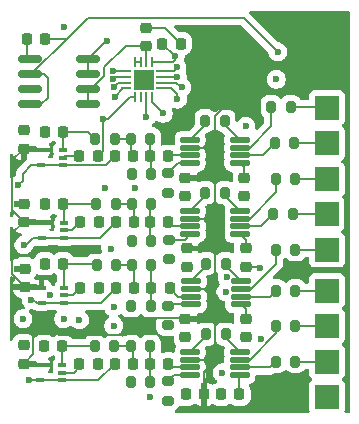
<source format=gbr>
%TF.GenerationSoftware,KiCad,Pcbnew,9.0.4*%
%TF.CreationDate,2025-11-03T10:18:42-05:00*%
%TF.ProjectId,Perpetuality,50657270-6574-4756-916c-6974792e6b69,rev?*%
%TF.SameCoordinates,Original*%
%TF.FileFunction,Copper,L6,Bot*%
%TF.FilePolarity,Positive*%
%FSLAX46Y46*%
G04 Gerber Fmt 4.6, Leading zero omitted, Abs format (unit mm)*
G04 Created by KiCad (PCBNEW 9.0.4) date 2025-11-03 10:18:42*
%MOMM*%
%LPD*%
G01*
G04 APERTURE LIST*
G04 Aperture macros list*
%AMRoundRect*
0 Rectangle with rounded corners*
0 $1 Rounding radius*
0 $2 $3 $4 $5 $6 $7 $8 $9 X,Y pos of 4 corners*
0 Add a 4 corners polygon primitive as box body*
4,1,4,$2,$3,$4,$5,$6,$7,$8,$9,$2,$3,0*
0 Add four circle primitives for the rounded corners*
1,1,$1+$1,$2,$3*
1,1,$1+$1,$4,$5*
1,1,$1+$1,$6,$7*
1,1,$1+$1,$8,$9*
0 Add four rect primitives between the rounded corners*
20,1,$1+$1,$2,$3,$4,$5,0*
20,1,$1+$1,$4,$5,$6,$7,0*
20,1,$1+$1,$6,$7,$8,$9,0*
20,1,$1+$1,$8,$9,$2,$3,0*%
G04 Aperture macros list end*
%TA.AperFunction,SMDPad,CuDef*%
%ADD10RoundRect,0.200000X-0.200000X-0.275000X0.200000X-0.275000X0.200000X0.275000X-0.200000X0.275000X0*%
%TD*%
%TA.AperFunction,SMDPad,CuDef*%
%ADD11RoundRect,0.200000X0.200000X0.275000X-0.200000X0.275000X-0.200000X-0.275000X0.200000X-0.275000X0*%
%TD*%
%TA.AperFunction,SMDPad,CuDef*%
%ADD12RoundRect,0.100000X0.225000X0.100000X-0.225000X0.100000X-0.225000X-0.100000X0.225000X-0.100000X0*%
%TD*%
%TA.AperFunction,SMDPad,CuDef*%
%ADD13RoundRect,0.200000X0.275000X-0.200000X0.275000X0.200000X-0.275000X0.200000X-0.275000X-0.200000X0*%
%TD*%
%TA.AperFunction,SMDPad,CuDef*%
%ADD14RoundRect,0.225000X0.225000X0.250000X-0.225000X0.250000X-0.225000X-0.250000X0.225000X-0.250000X0*%
%TD*%
%TA.AperFunction,SMDPad,CuDef*%
%ADD15RoundRect,0.125000X0.687500X0.125000X-0.687500X0.125000X-0.687500X-0.125000X0.687500X-0.125000X0*%
%TD*%
%TA.AperFunction,SMDPad,CuDef*%
%ADD16RoundRect,0.225000X-0.225000X-0.250000X0.225000X-0.250000X0.225000X0.250000X-0.225000X0.250000X0*%
%TD*%
%TA.AperFunction,SMDPad,CuDef*%
%ADD17R,2.000000X2.000000*%
%TD*%
%TA.AperFunction,SMDPad,CuDef*%
%ADD18RoundRect,0.225000X-0.250000X0.225000X-0.250000X-0.225000X0.250000X-0.225000X0.250000X0.225000X0*%
%TD*%
%TA.AperFunction,SMDPad,CuDef*%
%ADD19RoundRect,0.150000X-0.825000X-0.150000X0.825000X-0.150000X0.825000X0.150000X-0.825000X0.150000X0*%
%TD*%
%TA.AperFunction,SMDPad,CuDef*%
%ADD20RoundRect,0.225000X0.250000X-0.225000X0.250000X0.225000X-0.250000X0.225000X-0.250000X-0.225000X0*%
%TD*%
%TA.AperFunction,ComponentPad*%
%ADD21C,0.508000*%
%TD*%
%TA.AperFunction,SMDPad,CuDef*%
%ADD22R,0.850000X0.280000*%
%TD*%
%TA.AperFunction,SMDPad,CuDef*%
%ADD23R,0.280000X0.850000*%
%TD*%
%TA.AperFunction,SMDPad,CuDef*%
%ADD24R,1.803400X1.803400*%
%TD*%
%TA.AperFunction,ViaPad*%
%ADD25C,0.600000*%
%TD*%
%TA.AperFunction,Conductor*%
%ADD26C,0.200000*%
%TD*%
G04 APERTURE END LIST*
D10*
%TO.P,R17,1*%
%TO.N,Net-(R17-Pad1)*%
X70250000Y-85120000D03*
%TO.P,R17,2*%
%TO.N,Net-(R17-Pad2)*%
X71900000Y-85120000D03*
%TD*%
%TO.P,R1,1*%
%TO.N,Net-(R1-Pad1)*%
X70150000Y-79120000D03*
%TO.P,R1,2*%
%TO.N,Net-(R1-Pad2)*%
X71800000Y-79120000D03*
%TD*%
D11*
%TO.P,R26,1*%
%TO.N,E4-*%
X77787500Y-90420000D03*
%TO.P,R26,2*%
%TO.N,Net-(U12--)*%
X76137500Y-90420000D03*
%TD*%
D12*
%TO.P,U5,1,+*%
%TO.N,Net-(U5-+)*%
X58212500Y-81670000D03*
%TO.P,U5,2,V-*%
%TO.N,Net-(U5-V-)*%
X58212500Y-82320000D03*
%TO.P,U5,3,-*%
%TO.N,/EMG2/EMG_OUT*%
X58212500Y-82970000D03*
%TO.P,U5,4*%
X56312500Y-82970000D03*
%TO.P,U5,5,V+*%
%TO.N,3V3*%
X56312500Y-81670000D03*
%TD*%
D13*
%TO.P,R27,1*%
%TO.N,REF*%
X66975000Y-96720000D03*
%TO.P,R27,2*%
%TO.N,Net-(U12-Ref)*%
X66975000Y-95070000D03*
%TD*%
D14*
%TO.P,C31,1*%
%TO.N,3V3*%
X70062500Y-96195000D03*
%TO.P,C31,2*%
%TO.N,GND*%
X68512500Y-96195000D03*
%TD*%
%TO.P,C33,1*%
%TO.N,Net-(C33-Pad1)*%
X64037500Y-93620000D03*
%TO.P,C33,2*%
%TO.N,/EMG4/EMG_OUT*%
X62487500Y-93620000D03*
%TD*%
%TO.P,C26,1*%
%TO.N,Net-(C26-Pad1)*%
X64137500Y-87220000D03*
%TO.P,C26,2*%
%TO.N,/EMG3/EMG_OUT*%
X62587500Y-87220000D03*
%TD*%
D15*
%TO.P,U4,1,Rg*%
%TO.N,Net-(R1-Pad2)*%
X73100000Y-80670000D03*
%TO.P,U4,2,-*%
%TO.N,Net-(U4--)*%
X73100000Y-81320000D03*
%TO.P,U4,3,+*%
%TO.N,Net-(U4-+)*%
X73100000Y-81970000D03*
%TO.P,U4,4,V-*%
%TO.N,Net-(U4-V-)*%
X73100000Y-82620000D03*
%TO.P,U4,5,Ref*%
%TO.N,Net-(U4-Ref)*%
X68875000Y-82620000D03*
%TO.P,U4,6*%
%TO.N,/EMG2/Amplified_Signal*%
X68875000Y-81970000D03*
%TO.P,U4,7,V+*%
%TO.N,3V3*%
X68875000Y-81320000D03*
%TO.P,U4,8,Rg*%
%TO.N,Net-(R1-Pad1)*%
X68875000Y-80670000D03*
%TD*%
D16*
%TO.P,C34,1*%
%TO.N,GND*%
X56487500Y-92120000D03*
%TO.P,C34,2*%
%TO.N,Net-(U13-+)*%
X58037500Y-92120000D03*
%TD*%
%TO.P,C13,1*%
%TO.N,Net-(U5-V-)*%
X59587500Y-81620000D03*
%TO.P,C13,2*%
%TO.N,GND*%
X61137500Y-81620000D03*
%TD*%
D11*
%TO.P,R25,1*%
%TO.N,E4+*%
X77787500Y-93420000D03*
%TO.P,R25,2*%
%TO.N,Net-(U12-+)*%
X76137500Y-93420000D03*
%TD*%
%TO.P,R23,1*%
%TO.N,Net-(C26-Pad1)*%
X62612500Y-85245000D03*
%TO.P,R23,2*%
%TO.N,Net-(U11-+)*%
X60962500Y-85245000D03*
%TD*%
D17*
%TO.P,J7,1,Pin_1*%
%TO.N,E3+*%
X80462500Y-87420000D03*
%TD*%
%TO.P,J9,1,Pin_1*%
%TO.N,E4+*%
X80462500Y-93420000D03*
%TD*%
D14*
%TO.P,C15,1*%
%TO.N,5V*%
X56575000Y-66100000D03*
%TO.P,C15,2*%
%TO.N,GNDD*%
X55025000Y-66100000D03*
%TD*%
D18*
%TO.P,C24,1*%
%TO.N,3V3*%
X68475000Y-89820000D03*
%TO.P,C24,2*%
%TO.N,GND*%
X68475000Y-91370000D03*
%TD*%
D11*
%TO.P,R18,1*%
%TO.N,E3+*%
X77787500Y-87420000D03*
%TO.P,R18,2*%
%TO.N,Net-(U10-+)*%
X76137500Y-87420000D03*
%TD*%
D16*
%TO.P,C27,1*%
%TO.N,GND*%
X56587500Y-85145000D03*
%TO.P,C27,2*%
%TO.N,Net-(U11-+)*%
X58137500Y-85145000D03*
%TD*%
D10*
%TO.P,R28,1*%
%TO.N,GND*%
X63837500Y-95120000D03*
%TO.P,R28,2*%
%TO.N,/EMG4/High-pass_Signal*%
X65487500Y-95120000D03*
%TD*%
D16*
%TO.P,C12,1*%
%TO.N,GND*%
X56587500Y-80120000D03*
%TO.P,C12,2*%
%TO.N,Net-(U5-+)*%
X58137500Y-80120000D03*
%TD*%
D18*
%TO.P,C6,1*%
%TO.N,Net-(U4-V-)*%
X73575000Y-83845000D03*
%TO.P,C6,2*%
%TO.N,GND*%
X73575000Y-85395000D03*
%TD*%
D11*
%TO.P,R2,1*%
%TO.N,E2+*%
X77562500Y-80900000D03*
%TO.P,R2,2*%
%TO.N,Net-(U4-+)*%
X75912500Y-80900000D03*
%TD*%
D15*
%TO.P,U6,1,Rg*%
%TO.N,Net-(R10-Pad2)*%
X73087500Y-74645000D03*
%TO.P,U6,2,-*%
%TO.N,Net-(U6--)*%
X73087500Y-75295000D03*
%TO.P,U6,3,+*%
%TO.N,Net-(U6-+)*%
X73087500Y-75945000D03*
%TO.P,U6,4,V-*%
%TO.N,Net-(U6-V-)*%
X73087500Y-76595000D03*
%TO.P,U6,5,Ref*%
%TO.N,Net-(U6-Ref)*%
X68862500Y-76595000D03*
%TO.P,U6,6*%
%TO.N,/EMG1/Amplified_Signal*%
X68862500Y-75945000D03*
%TO.P,U6,7,V+*%
%TO.N,3V3*%
X68862500Y-75295000D03*
%TO.P,U6,8,Rg*%
%TO.N,Net-(R10-Pad1)*%
X68862500Y-74645000D03*
%TD*%
D17*
%TO.P,EMG1+,1,Pin_1*%
%TO.N,E1+*%
X80462500Y-74945000D03*
%TD*%
D11*
%TO.P,R3,1*%
%TO.N,E2-*%
X77787500Y-78000000D03*
%TO.P,R3,2*%
%TO.N,Net-(U4--)*%
X76137500Y-78000000D03*
%TD*%
D12*
%TO.P,U9,1,+*%
%TO.N,Net-(U9-+)*%
X58112500Y-75495000D03*
%TO.P,U9,2,V-*%
%TO.N,Net-(U9-V-)*%
X58112500Y-76145000D03*
%TO.P,U9,3,-*%
%TO.N,/EMG1/EMG_OUT*%
X58112500Y-76795000D03*
%TO.P,U9,4*%
X56212500Y-76795000D03*
%TO.P,U9,5,V+*%
%TO.N,3V3*%
X56212500Y-75495000D03*
%TD*%
D16*
%TO.P,C21,1*%
%TO.N,Net-(U9-V-)*%
X59487500Y-76045000D03*
%TO.P,C21,2*%
%TO.N,GND*%
X61037500Y-76045000D03*
%TD*%
D11*
%TO.P,R15,1*%
%TO.N,/EMG1/High-pass_Signal*%
X65487500Y-74545000D03*
%TO.P,R15,2*%
%TO.N,Net-(C20-Pad1)*%
X63837500Y-74545000D03*
%TD*%
D17*
%TO.P,J4,1,Pin_1*%
%TO.N,REF*%
X80462500Y-96420000D03*
%TD*%
D11*
%TO.P,R7,1*%
%TO.N,Net-(C11-Pad1)*%
X62587500Y-80120000D03*
%TO.P,R7,2*%
%TO.N,Net-(U5-+)*%
X60937500Y-80120000D03*
%TD*%
D13*
%TO.P,R20,1*%
%TO.N,REF*%
X66975000Y-90325000D03*
%TO.P,R20,2*%
%TO.N,Net-(U10-Ref)*%
X66975000Y-88675000D03*
%TD*%
D11*
%TO.P,R11,1*%
%TO.N,E1+*%
X77687500Y-74945000D03*
%TO.P,R11,2*%
%TO.N,Net-(U6-+)*%
X76037500Y-74945000D03*
%TD*%
D16*
%TO.P,C35,1*%
%TO.N,Net-(U13-V-)*%
X59487500Y-93620000D03*
%TO.P,C35,2*%
%TO.N,GND*%
X61037500Y-93620000D03*
%TD*%
D18*
%TO.P,C17,1*%
%TO.N,Net-(U6-V-)*%
X73475000Y-77845000D03*
%TO.P,C17,2*%
%TO.N,GND*%
X73475000Y-79395000D03*
%TD*%
D16*
%TO.P,C19,1*%
%TO.N,GND*%
X56587500Y-73945000D03*
%TO.P,C19,2*%
%TO.N,Net-(U9-+)*%
X58137500Y-73945000D03*
%TD*%
D11*
%TO.P,R19,1*%
%TO.N,E3-*%
X77787500Y-83945000D03*
%TO.P,R19,2*%
%TO.N,Net-(U10--)*%
X76137500Y-83945000D03*
%TD*%
D18*
%TO.P,C23,1*%
%TO.N,Net-(U10-V-)*%
X73575000Y-89820000D03*
%TO.P,C23,2*%
%TO.N,GND*%
X73575000Y-91370000D03*
%TD*%
D16*
%TO.P,C9,1*%
%TO.N,1V8*%
X66525000Y-66500000D03*
%TO.P,C9,2*%
%TO.N,GNDD*%
X68075000Y-66500000D03*
%TD*%
D19*
%TO.P,U8,1,VDD*%
%TO.N,5V*%
X55300000Y-71625000D03*
%TO.P,U8,2,GND*%
%TO.N,GNDD*%
X55300000Y-70355000D03*
%TO.P,U8,3,~{SHDN}*%
%TO.N,5V*%
X55300000Y-69085000D03*
%TO.P,U8,4,GND*%
%TO.N,GNDD*%
X55300000Y-67815000D03*
%TO.P,U8,5,GND*%
X60250000Y-67815000D03*
%TO.P,U8,6,GND*%
X60250000Y-69085000D03*
%TO.P,U8,7,OUT*%
%TO.N,VREF*%
X60250000Y-70355000D03*
%TO.P,U8,8,FB*%
X60250000Y-71625000D03*
%TD*%
D20*
%TO.P,C29,1*%
%TO.N,3V3*%
X54875000Y-87095000D03*
%TO.P,C29,2*%
%TO.N,GND*%
X54875000Y-85545000D03*
%TD*%
%TO.P,C10,1*%
%TO.N,VREF*%
X65175000Y-66695000D03*
%TO.P,C10,2*%
%TO.N,GNDD*%
X65175000Y-65145000D03*
%TD*%
D14*
%TO.P,C8,1*%
%TO.N,/EMG2/Amplified_Signal*%
X67025000Y-81620000D03*
%TO.P,C8,2*%
%TO.N,/EMG2/High-pass_Signal*%
X65475000Y-81620000D03*
%TD*%
D10*
%TO.P,R24,1*%
%TO.N,Net-(R24-Pad1)*%
X70250000Y-91095000D03*
%TO.P,R24,2*%
%TO.N,Net-(R24-Pad2)*%
X71900000Y-91095000D03*
%TD*%
D17*
%TO.P,EMG4+,1,Pin_1*%
%TO.N,E2+*%
X80437500Y-80900000D03*
%TD*%
D15*
%TO.P,U10,1,Rg*%
%TO.N,Net-(R17-Pad2)*%
X73175000Y-86620000D03*
%TO.P,U10,2,-*%
%TO.N,Net-(U10--)*%
X73175000Y-87270000D03*
%TO.P,U10,3,+*%
%TO.N,Net-(U10-+)*%
X73175000Y-87920000D03*
%TO.P,U10,4,V-*%
%TO.N,Net-(U10-V-)*%
X73175000Y-88570000D03*
%TO.P,U10,5,Ref*%
%TO.N,Net-(U10-Ref)*%
X68950000Y-88570000D03*
%TO.P,U10,6*%
%TO.N,/EMG3/Amplified_Signal*%
X68950000Y-87920000D03*
%TO.P,U10,7,V+*%
%TO.N,3V3*%
X68950000Y-87270000D03*
%TO.P,U10,8,Rg*%
%TO.N,Net-(R17-Pad1)*%
X68950000Y-86620000D03*
%TD*%
D20*
%TO.P,C36,1*%
%TO.N,3V3*%
X54775000Y-93595000D03*
%TO.P,C36,2*%
%TO.N,GND*%
X54775000Y-92045000D03*
%TD*%
D11*
%TO.P,R30,1*%
%TO.N,Net-(C33-Pad1)*%
X62462500Y-92120000D03*
%TO.P,R30,2*%
%TO.N,Net-(U13-+)*%
X60812500Y-92120000D03*
%TD*%
D17*
%TO.P,...,1,Pin_1*%
%TO.N,E2-*%
X80462500Y-78000000D03*
%TD*%
D13*
%TO.P,R13,1*%
%TO.N,REF*%
X66975000Y-79145000D03*
%TO.P,R13,2*%
%TO.N,Net-(U6-Ref)*%
X66975000Y-77495000D03*
%TD*%
D14*
%TO.P,C16,1*%
%TO.N,/EMG1/Amplified_Signal*%
X67037500Y-76045000D03*
%TO.P,C16,2*%
%TO.N,/EMG1/High-pass_Signal*%
X65487500Y-76045000D03*
%TD*%
D18*
%TO.P,C7,1*%
%TO.N,3V3*%
X68575000Y-83845000D03*
%TO.P,C7,2*%
%TO.N,GND*%
X68575000Y-85395000D03*
%TD*%
D17*
%TO.P,REF,1,Pin_1*%
%TO.N,E3-*%
X80462500Y-83945000D03*
%TD*%
D16*
%TO.P,C28,1*%
%TO.N,Net-(U11-V-)*%
X59587500Y-87220000D03*
%TO.P,C28,2*%
%TO.N,GND*%
X61137500Y-87220000D03*
%TD*%
D12*
%TO.P,U13,1,+*%
%TO.N,Net-(U13-+)*%
X58062500Y-93720000D03*
%TO.P,U13,2,V-*%
%TO.N,Net-(U13-V-)*%
X58062500Y-94370000D03*
%TO.P,U13,3,-*%
%TO.N,/EMG4/EMG_OUT*%
X58062500Y-95020000D03*
%TO.P,U13,4*%
X56162500Y-95020000D03*
%TO.P,U13,5,V+*%
%TO.N,3V3*%
X56162500Y-93720000D03*
%TD*%
D14*
%TO.P,C20,1*%
%TO.N,Net-(C20-Pad1)*%
X64037500Y-76045000D03*
%TO.P,C20,2*%
%TO.N,/EMG1/EMG_OUT*%
X62487500Y-76045000D03*
%TD*%
%TO.P,C30,1*%
%TO.N,Net-(U12-V-)*%
X73050000Y-96195000D03*
%TO.P,C30,2*%
%TO.N,GND*%
X71500000Y-96195000D03*
%TD*%
D10*
%TO.P,R21,1*%
%TO.N,GND*%
X63875000Y-88700000D03*
%TO.P,R21,2*%
%TO.N,/EMG3/High-pass_Signal*%
X65525000Y-88700000D03*
%TD*%
D17*
%TO.P,J10,1,Pin_1*%
%TO.N,E4-*%
X80462500Y-90420000D03*
%TD*%
D14*
%TO.P,C11,1*%
%TO.N,Net-(C11-Pad1)*%
X64137500Y-81620000D03*
%TO.P,C11,2*%
%TO.N,/EMG2/EMG_OUT*%
X62587500Y-81620000D03*
%TD*%
D11*
%TO.P,R6,1*%
%TO.N,/EMG2/High-pass_Signal*%
X65587500Y-80120000D03*
%TO.P,R6,2*%
%TO.N,Net-(C11-Pad1)*%
X63937500Y-80120000D03*
%TD*%
%TO.P,R12,1*%
%TO.N,E1-*%
X77387500Y-71845000D03*
%TO.P,R12,2*%
%TO.N,Net-(U6--)*%
X75737500Y-71845000D03*
%TD*%
D20*
%TO.P,C22,1*%
%TO.N,3V3*%
X54775000Y-75395000D03*
%TO.P,C22,2*%
%TO.N,GND*%
X54775000Y-73845000D03*
%TD*%
D18*
%TO.P,C18,1*%
%TO.N,3V3*%
X68475000Y-77845000D03*
%TO.P,C18,2*%
%TO.N,GND*%
X68475000Y-79395000D03*
%TD*%
D10*
%TO.P,R5,1*%
%TO.N,GND*%
X63950000Y-83220000D03*
%TO.P,R5,2*%
%TO.N,/EMG2/High-pass_Signal*%
X65600000Y-83220000D03*
%TD*%
%TO.P,R10,1*%
%TO.N,Net-(R10-Pad1)*%
X70150000Y-73020000D03*
%TO.P,R10,2*%
%TO.N,Net-(R10-Pad2)*%
X71800000Y-73020000D03*
%TD*%
D15*
%TO.P,U12,1,Rg*%
%TO.N,Net-(R24-Pad2)*%
X73087500Y-92620000D03*
%TO.P,U12,2,-*%
%TO.N,Net-(U12--)*%
X73087500Y-93270000D03*
%TO.P,U12,3,+*%
%TO.N,Net-(U12-+)*%
X73087500Y-93920000D03*
%TO.P,U12,4,V-*%
%TO.N,Net-(U12-V-)*%
X73087500Y-94570000D03*
%TO.P,U12,5,Ref*%
%TO.N,Net-(U12-Ref)*%
X68862500Y-94570000D03*
%TO.P,U12,6*%
%TO.N,/EMG4/Amplified_Signal*%
X68862500Y-93920000D03*
%TO.P,U12,7,V+*%
%TO.N,3V3*%
X68862500Y-93270000D03*
%TO.P,U12,8,Rg*%
%TO.N,Net-(R24-Pad1)*%
X68862500Y-92620000D03*
%TD*%
D11*
%TO.P,R22,1*%
%TO.N,/EMG3/High-pass_Signal*%
X65587500Y-85245000D03*
%TO.P,R22,2*%
%TO.N,Net-(C26-Pad1)*%
X63937500Y-85245000D03*
%TD*%
D21*
%TO.P,U7,*%
%TO.N,*%
X65318889Y-69938699D03*
X64531489Y-69938699D03*
X64531489Y-69151299D03*
D22*
%TO.P,U7,1,\u002ARESET*%
%TO.N,\u002ARESET*%
X66400190Y-68794998D03*
%TO.P,U7,2,\u002AINT*%
%TO.N,\u002AINT*%
X66400190Y-69294999D03*
%TO.P,U7,3,SCLK*%
%TO.N,SCL*%
X66400190Y-69794999D03*
%TO.P,U7,4,SDA*%
%TO.N,SDA*%
X66400190Y-70295000D03*
D23*
%TO.P,U7,5,A0*%
%TO.N,A0*%
X65675378Y-71020000D03*
%TO.P,U7,6,DGND*%
%TO.N,GNDD*%
X65175252Y-71020000D03*
%TO.P,U7,7,PWRCON*%
%TO.N,unconnected-(U7-PWRCON-Pad7)*%
X64675126Y-71020000D03*
%TO.P,U7,8,AGND*%
%TO.N,GND*%
X64175000Y-71020000D03*
D22*
%TO.P,U7,9,CH3*%
%TO.N,/EMG4/EMG_OUT*%
X63450188Y-70295000D03*
%TO.P,U7,10,CH2*%
%TO.N,/EMG3/EMG_OUT*%
X63450188Y-69794999D03*
%TO.P,U7,11,CH1*%
%TO.N,/EMG2/EMG_OUT*%
X63450188Y-69294999D03*
%TO.P,U7,12,CH0*%
%TO.N,/EMG1/EMG_OUT*%
X63450188Y-68794998D03*
D23*
%TO.P,U7,13,MUXOUT*%
%TO.N,Net-(U7-ADCIN)*%
X64175000Y-68069998D03*
%TO.P,U7,14,ADCIN*%
X64675126Y-68069998D03*
%TO.P,U7,15,AVDD*%
%TO.N,VREF*%
X65175252Y-68069998D03*
%TO.P,U7,16,DVDD*%
%TO.N,1V8*%
X65675378Y-68069998D03*
D21*
%TO.P,U7,GNDD*%
%TO.N,N/C*%
X65318889Y-69151299D03*
D24*
%TO.P,U7,GNDD,EPAD*%
X64925189Y-69544999D03*
%TD*%
D11*
%TO.P,R29,1*%
%TO.N,/EMG4/High-pass_Signal*%
X65487500Y-92120000D03*
%TO.P,R29,2*%
%TO.N,Net-(C33-Pad1)*%
X63837500Y-92120000D03*
%TD*%
D13*
%TO.P,R4,1*%
%TO.N,REF*%
X67075000Y-84745000D03*
%TO.P,R4,2*%
%TO.N,Net-(U4-Ref)*%
X67075000Y-83095000D03*
%TD*%
D14*
%TO.P,C25,1*%
%TO.N,/EMG3/Amplified_Signal*%
X67137500Y-87220000D03*
%TO.P,C25,2*%
%TO.N,/EMG3/High-pass_Signal*%
X65587500Y-87220000D03*
%TD*%
%TO.P,C32,1*%
%TO.N,/EMG4/Amplified_Signal*%
X67037500Y-93620000D03*
%TO.P,C32,2*%
%TO.N,/EMG4/High-pass_Signal*%
X65487500Y-93620000D03*
%TD*%
D20*
%TO.P,C14,1*%
%TO.N,3V3*%
X54775000Y-81595000D03*
%TO.P,C14,2*%
%TO.N,GND*%
X54775000Y-80045000D03*
%TD*%
D17*
%TO.P,EMG1-,1,Pin_1*%
%TO.N,E1-*%
X80462500Y-71945000D03*
%TD*%
D12*
%TO.P,U11,1,+*%
%TO.N,Net-(U11-+)*%
X58212500Y-87170000D03*
%TO.P,U11,2,V-*%
%TO.N,Net-(U11-V-)*%
X58212500Y-87820000D03*
%TO.P,U11,3,-*%
%TO.N,/EMG3/EMG_OUT*%
X58212500Y-88470000D03*
%TO.P,U11,4*%
X56312500Y-88470000D03*
%TO.P,U11,5,V+*%
%TO.N,3V3*%
X56312500Y-87170000D03*
%TD*%
D11*
%TO.P,R16,1*%
%TO.N,Net-(C20-Pad1)*%
X62487500Y-74545000D03*
%TO.P,R16,2*%
%TO.N,Net-(U9-+)*%
X60837500Y-74545000D03*
%TD*%
D10*
%TO.P,R14,1*%
%TO.N,GND*%
X63937500Y-77545000D03*
%TO.P,R14,2*%
%TO.N,/EMG1/High-pass_Signal*%
X65587500Y-77545000D03*
%TD*%
D25*
%TO.N,A0*%
X58200000Y-65100000D03*
%TO.N,3V3*%
X56450000Y-89800000D03*
X73000000Y-72050000D03*
%TO.N,GND*%
X56587500Y-80120000D03*
X56587500Y-85145000D03*
X63937500Y-77545000D03*
X54250000Y-80050000D03*
X63837500Y-95120000D03*
X71500000Y-96195000D03*
X56587500Y-73945000D03*
X63950000Y-83220000D03*
X73475000Y-79395000D03*
X61037500Y-93620000D03*
X61500000Y-72900000D03*
X74800000Y-85500000D03*
X54775000Y-73845000D03*
X56487500Y-92120000D03*
X54775000Y-92045000D03*
X61137500Y-81620000D03*
X68475000Y-91370000D03*
X54250000Y-85545000D03*
X73575000Y-91370000D03*
X63875000Y-88700000D03*
X68575000Y-85395000D03*
X61137500Y-87220000D03*
X68475000Y-79395000D03*
X68512500Y-96195000D03*
%TO.N,1V8*%
X72000000Y-86300000D03*
X62412500Y-88812500D03*
X67600000Y-67575000D03*
%TO.N,/EMG2/EMG_OUT*%
X54800000Y-83550000D03*
X62300000Y-69500000D03*
%TO.N,FSYNC*%
X74900000Y-91500000D03*
X62150000Y-83850000D03*
%TO.N,SCL*%
X64200000Y-78700000D03*
X61700000Y-78700000D03*
X68150000Y-70200000D03*
%TO.N,EN*%
X73600000Y-73500000D03*
X59500000Y-89900000D03*
%TO.N,SDA*%
X67800000Y-71200000D03*
%TO.N,5V*%
X76300000Y-67200000D03*
%TO.N,/EMG1/EMG_OUT*%
X54300000Y-78500000D03*
X62300000Y-68794998D03*
%TO.N,/EMG3/EMG_OUT*%
X55400000Y-88200000D03*
X62400000Y-70200000D03*
%TO.N,/EMG4/EMG_OUT*%
X55220000Y-95020000D03*
X62500000Y-71000000D03*
%TO.N,REF*%
X67075000Y-84745000D03*
X66975000Y-79145000D03*
X66975000Y-90325000D03*
X80462500Y-96420000D03*
X66975000Y-96720000D03*
%TO.N,\u002ARESET*%
X67750000Y-68500000D03*
%TO.N,\u002AINT*%
X67794999Y-69294999D03*
%TO.N,A0*%
X66600000Y-72400000D03*
%TO.N,GNDD*%
X76163500Y-69520000D03*
X55300000Y-67815000D03*
X65500000Y-96400000D03*
X61800000Y-66300000D03*
X55300000Y-70355000D03*
X62400000Y-90375000D03*
X54725000Y-89800000D03*
X57000000Y-87800000D03*
X65175000Y-65145000D03*
X65175252Y-72724748D03*
X58162500Y-89800000D03*
X71600000Y-94375000D03*
X71900000Y-87500000D03*
%TD*%
D26*
%TO.N,3V3*%
X54775000Y-93595000D02*
X55600000Y-92770000D01*
X55600000Y-92770000D02*
X55600000Y-90650000D01*
X55600000Y-90650000D02*
X56450000Y-89800000D01*
%TO.N,5V*%
X55300000Y-69085000D02*
X56463750Y-69085000D01*
X56274999Y-71625000D02*
X55300000Y-71625000D01*
X56463750Y-69085000D02*
X56800000Y-69421250D01*
X56800000Y-69421250D02*
X56800000Y-71099999D01*
X56800000Y-71099999D02*
X56274999Y-71625000D01*
%TO.N,GND*%
X73575000Y-85395000D02*
X74695000Y-85395000D01*
X74695000Y-85395000D02*
X74800000Y-85500000D01*
%TO.N,GNDD*%
X65175252Y-72724748D02*
X65175252Y-71020000D01*
%TO.N,GND*%
X61500000Y-72900000D02*
X61500000Y-75582500D01*
X61500000Y-75582500D02*
X61037500Y-76045000D01*
X61500000Y-72900000D02*
X61900000Y-72900000D01*
X61900000Y-72900000D02*
X63780000Y-71020000D01*
X63780000Y-71020000D02*
X64175000Y-71020000D01*
%TO.N,3V3*%
X71000000Y-75300000D02*
X70995000Y-75295000D01*
X56450000Y-89800000D02*
X57800000Y-91150000D01*
X64150000Y-89950000D02*
X64350000Y-89750000D01*
X54775000Y-81595000D02*
X53799000Y-80619000D01*
X56212500Y-75495000D02*
X54875000Y-75495000D01*
X71550000Y-72050000D02*
X71000000Y-72600000D01*
X68862500Y-93270000D02*
X70980000Y-93270000D01*
X71000000Y-81766251D02*
X71000000Y-77850000D01*
X53799000Y-86019000D02*
X54875000Y-87095000D01*
X70970000Y-89820000D02*
X71000000Y-89850000D01*
X64150000Y-90450000D02*
X64150000Y-89950000D01*
X71000000Y-93400000D02*
X70062500Y-94337500D01*
X53799000Y-76371000D02*
X54775000Y-75395000D01*
X68405000Y-89750000D02*
X68475000Y-89820000D01*
X54850000Y-81670000D02*
X54775000Y-81595000D01*
X68475000Y-77845000D02*
X69755000Y-77845000D01*
X68475000Y-89820000D02*
X70970000Y-89820000D01*
X53799000Y-82571000D02*
X53799000Y-86019000D01*
X70980000Y-93270000D02*
X71000000Y-93250000D01*
X69755000Y-77845000D02*
X69760000Y-77850000D01*
X73000000Y-72050000D02*
X71550000Y-72050000D01*
X54900000Y-93720000D02*
X54775000Y-93595000D01*
X54950000Y-87170000D02*
X54875000Y-87095000D01*
X54775000Y-81595000D02*
X53799000Y-82571000D01*
X71000000Y-85800000D02*
X71000000Y-87300000D01*
X71000000Y-72600000D02*
X71000000Y-77850000D01*
X54875000Y-75495000D02*
X54775000Y-75395000D01*
X70970000Y-87270000D02*
X71000000Y-87300000D01*
X70062500Y-94337500D02*
X70062500Y-96195000D01*
X53799000Y-80619000D02*
X53799000Y-76371000D01*
X56312500Y-81670000D02*
X54850000Y-81670000D01*
X71000000Y-85800000D02*
X71000000Y-82350000D01*
X71000000Y-83845000D02*
X68575000Y-83845000D01*
X71000000Y-81766251D02*
X71000000Y-82350000D01*
X69760000Y-77850000D02*
X71000000Y-77850000D01*
X71000000Y-93250000D02*
X71000000Y-93400000D01*
X57800000Y-91150000D02*
X63450000Y-91150000D01*
X71000000Y-89850000D02*
X71000000Y-93250000D01*
X63450000Y-91150000D02*
X64150000Y-90450000D01*
X68950000Y-87270000D02*
X70970000Y-87270000D01*
X56312500Y-87170000D02*
X54950000Y-87170000D01*
X70995000Y-75295000D02*
X68862500Y-75295000D01*
X56162500Y-93720000D02*
X54900000Y-93720000D01*
X68875000Y-81320000D02*
X71000000Y-81320000D01*
X64350000Y-89750000D02*
X68405000Y-89750000D01*
X71000000Y-87300000D02*
X71000000Y-89850000D01*
%TO.N,1V8*%
X67600000Y-67900000D02*
X67430002Y-68069998D01*
X67600000Y-67575000D02*
X66525000Y-66500000D01*
X67600000Y-67575000D02*
X67600000Y-67900000D01*
X67430002Y-68069998D02*
X65675378Y-68069998D01*
%TO.N,Net-(U4-V-)*%
X73575000Y-83095000D02*
X73100000Y-82620000D01*
X73575000Y-83845000D02*
X73575000Y-83095000D01*
%TO.N,/EMG2/High-pass_Signal*%
X65475000Y-81620000D02*
X65475000Y-83095000D01*
X65475000Y-80232500D02*
X65587500Y-80120000D01*
X65475000Y-83095000D02*
X65600000Y-83220000D01*
X65475000Y-81620000D02*
X65475000Y-80232500D01*
%TO.N,Net-(U5-+)*%
X58137500Y-80120000D02*
X60937500Y-80120000D01*
X58212500Y-81670000D02*
X58212500Y-80195000D01*
X58212500Y-80195000D02*
X58137500Y-80120000D01*
%TO.N,/EMG2/Amplified_Signal*%
X67375000Y-81970000D02*
X67025000Y-81620000D01*
X68875000Y-81970000D02*
X67375000Y-81970000D01*
%TO.N,Net-(U4-+)*%
X75912500Y-80900000D02*
X74842500Y-81970000D01*
X74842500Y-81970000D02*
X73100000Y-81970000D01*
%TO.N,Net-(U4--)*%
X76137500Y-78000000D02*
X76137500Y-79094999D01*
X73912499Y-81320000D02*
X73100000Y-81320000D01*
X76137500Y-79094999D02*
X73912499Y-81320000D01*
%TO.N,VREF*%
X61600000Y-69260040D02*
X61600000Y-68500000D01*
X65175252Y-68069998D02*
X65175252Y-66695252D01*
X60505040Y-70355000D02*
X61600000Y-69260040D01*
X65175252Y-66695252D02*
X65175000Y-66695000D01*
X60250000Y-70355000D02*
X60505040Y-70355000D01*
X60250000Y-71625000D02*
X60250000Y-70355000D01*
X63405000Y-66695000D02*
X65175000Y-66695000D01*
X61600000Y-68500000D02*
X63405000Y-66695000D01*
%TO.N,/EMG2/EMG_OUT*%
X54950000Y-83550000D02*
X55530000Y-82970000D01*
X55530000Y-82970000D02*
X56312500Y-82970000D01*
X54800000Y-83550000D02*
X54950000Y-83550000D01*
X58212500Y-82970000D02*
X56312500Y-82970000D01*
X62587500Y-81620000D02*
X61237500Y-82970000D01*
X63450188Y-69294999D02*
X62505001Y-69294999D01*
X62505001Y-69294999D02*
X62300000Y-69500000D01*
X61237500Y-82970000D02*
X58212500Y-82970000D01*
%TO.N,Net-(U4-Ref)*%
X68400000Y-83095000D02*
X68875000Y-82620000D01*
X67075000Y-83095000D02*
X68400000Y-83095000D01*
%TO.N,Net-(C11-Pad1)*%
X64137500Y-80320000D02*
X63937500Y-80120000D01*
X62587500Y-80120000D02*
X63937500Y-80120000D01*
X64137500Y-81620000D02*
X64137500Y-80320000D01*
%TO.N,SCL*%
X68100000Y-70200000D02*
X67694999Y-69794999D01*
X67694999Y-69794999D02*
X66400190Y-69794999D01*
X68150000Y-70200000D02*
X68100000Y-70200000D01*
%TO.N,SDA*%
X67295000Y-70295000D02*
X66400190Y-70295000D01*
X67800000Y-70800000D02*
X67295000Y-70295000D01*
X67800000Y-71200000D02*
X67800000Y-70800000D01*
%TO.N,Net-(U5-V-)*%
X58887500Y-82320000D02*
X59587500Y-81620000D01*
X58212500Y-82320000D02*
X58887500Y-82320000D01*
%TO.N,5V*%
X58419836Y-66100000D02*
X58509918Y-66009918D01*
X60219836Y-64300000D02*
X73400000Y-64300000D01*
X56575000Y-66100000D02*
X58419836Y-66100000D01*
X55300000Y-69085000D02*
X55434836Y-69085000D01*
X58509918Y-66009918D02*
X60219836Y-64300000D01*
X55434836Y-69085000D02*
X58509918Y-66009918D01*
X73400000Y-64300000D02*
X76300000Y-67200000D01*
%TO.N,/EMG1/Amplified_Signal*%
X67137500Y-75945000D02*
X67037500Y-76045000D01*
X68862500Y-75945000D02*
X67137500Y-75945000D01*
%TO.N,/EMG1/High-pass_Signal*%
X65487500Y-76045000D02*
X65487500Y-74545000D01*
X65587500Y-76145000D02*
X65487500Y-76045000D01*
X65587500Y-77545000D02*
X65587500Y-76145000D01*
%TO.N,Net-(U6-V-)*%
X73475000Y-77845000D02*
X73475000Y-76982500D01*
X73475000Y-76982500D02*
X73087500Y-76595000D01*
%TO.N,Net-(U9-+)*%
X60237500Y-73945000D02*
X60837500Y-74545000D01*
X58112500Y-75495000D02*
X58112500Y-73970000D01*
X58137500Y-73945000D02*
X60237500Y-73945000D01*
X58112500Y-73970000D02*
X58137500Y-73945000D01*
%TO.N,Net-(C20-Pad1)*%
X63837500Y-75845000D02*
X64037500Y-76045000D01*
X62487500Y-74545000D02*
X63837500Y-74545000D01*
X63837500Y-74545000D02*
X63837500Y-75845000D01*
%TO.N,/EMG1/EMG_OUT*%
X58112500Y-76795000D02*
X61737500Y-76795000D01*
X55405000Y-76795000D02*
X56212500Y-76795000D01*
X54300000Y-78500000D02*
X54700000Y-78100000D01*
X62300000Y-68794998D02*
X62205002Y-68794998D01*
X54700000Y-77500000D02*
X55405000Y-76795000D01*
X61737500Y-76795000D02*
X62487500Y-76045000D01*
X63450188Y-68794998D02*
X62300000Y-68794998D01*
X56212500Y-76795000D02*
X58112500Y-76795000D01*
X63450188Y-68794998D02*
X63445186Y-68800000D01*
X54700000Y-78100000D02*
X54700000Y-77500000D01*
%TO.N,Net-(U9-V-)*%
X58212500Y-76045000D02*
X58112500Y-76145000D01*
X59487500Y-76045000D02*
X58212500Y-76045000D01*
%TO.N,Net-(U10-V-)*%
X73575000Y-88970000D02*
X73175000Y-88570000D01*
X73575000Y-89820000D02*
X73575000Y-88970000D01*
%TO.N,/EMG3/High-pass_Signal*%
X65587500Y-85245000D02*
X65587500Y-87220000D01*
X65525000Y-87282500D02*
X65587500Y-87220000D01*
X65525000Y-88700000D02*
X65525000Y-87282500D01*
%TO.N,/EMG3/Amplified_Signal*%
X67837500Y-87920000D02*
X68950000Y-87920000D01*
X67137500Y-87220000D02*
X67837500Y-87920000D01*
%TO.N,/EMG3/EMG_OUT*%
X61337500Y-88470000D02*
X58212500Y-88470000D01*
X55400000Y-88200000D02*
X55600000Y-88200000D01*
X63450188Y-69794999D02*
X62805001Y-69794999D01*
X62587500Y-87220000D02*
X61337500Y-88470000D01*
X62805001Y-69794999D02*
X62400000Y-70200000D01*
X55600000Y-88200000D02*
X55870000Y-88470000D01*
X58212500Y-88470000D02*
X56312500Y-88470000D01*
X55870000Y-88470000D02*
X56312500Y-88470000D01*
%TO.N,Net-(C26-Pad1)*%
X64137500Y-87220000D02*
X64137500Y-85445000D01*
X63937500Y-85245000D02*
X62612500Y-85245000D01*
X64137500Y-85445000D02*
X63937500Y-85245000D01*
%TO.N,Net-(U11-+)*%
X58137500Y-85145000D02*
X60862500Y-85145000D01*
X60862500Y-85145000D02*
X60962500Y-85245000D01*
X58212500Y-87170000D02*
X58212500Y-85220000D01*
X58212500Y-85220000D02*
X58137500Y-85145000D01*
%TO.N,Net-(U11-V-)*%
X58212500Y-87820000D02*
X58987500Y-87820000D01*
X58987500Y-87820000D02*
X59587500Y-87220000D01*
%TO.N,Net-(U12-V-)*%
X73050000Y-94607500D02*
X73087500Y-94570000D01*
X73050000Y-96195000D02*
X73050000Y-94607500D01*
%TO.N,/EMG4/Amplified_Signal*%
X67337500Y-93920000D02*
X67037500Y-93620000D01*
X68862500Y-93920000D02*
X67337500Y-93920000D01*
%TO.N,/EMG4/High-pass_Signal*%
X65487500Y-93620000D02*
X65487500Y-92120000D01*
X65487500Y-93620000D02*
X65487500Y-95120000D01*
%TO.N,/EMG4/EMG_OUT*%
X56162500Y-95020000D02*
X55220000Y-95020000D01*
X58062500Y-95020000D02*
X56162500Y-95020000D01*
X61087500Y-95020000D02*
X58062500Y-95020000D01*
X62487500Y-93620000D02*
X61087500Y-95020000D01*
X63205000Y-70295000D02*
X62500000Y-71000000D01*
X63450188Y-70295000D02*
X63205000Y-70295000D01*
%TO.N,Net-(C33-Pad1)*%
X64037500Y-92320000D02*
X63837500Y-92120000D01*
X63837500Y-92120000D02*
X62462500Y-92120000D01*
X64037500Y-93620000D02*
X64037500Y-92320000D01*
%TO.N,Net-(U13-+)*%
X58062500Y-93720000D02*
X58062500Y-92145000D01*
X58062500Y-92145000D02*
X58037500Y-92120000D01*
X58037500Y-92120000D02*
X60812500Y-92120000D01*
%TO.N,Net-(U13-V-)*%
X59487500Y-93620000D02*
X59487500Y-93912500D01*
X59030000Y-94370000D02*
X58062500Y-94370000D01*
X59487500Y-93912500D02*
X59030000Y-94370000D01*
%TO.N,E1+*%
X77687500Y-74945000D02*
X80462500Y-74945000D01*
%TO.N,E1-*%
X80362500Y-71845000D02*
X80462500Y-71945000D01*
X77387500Y-71845000D02*
X80362500Y-71845000D01*
%TO.N,E2+*%
X77562500Y-80900000D02*
X80437500Y-80900000D01*
%TO.N,E2-*%
X77787500Y-78000000D02*
X80462500Y-78000000D01*
%TO.N,E3+*%
X77787500Y-87420000D02*
X80462500Y-87420000D01*
%TO.N,E3-*%
X77787500Y-83945000D02*
X80462500Y-83945000D01*
%TO.N,E4+*%
X77787500Y-93420000D02*
X80462500Y-93420000D01*
%TO.N,E4-*%
X77787500Y-90420000D02*
X80462500Y-90420000D01*
%TO.N,Net-(R1-Pad1)*%
X68875000Y-80670000D02*
X70150000Y-79395000D01*
X70150000Y-79395000D02*
X70150000Y-79120000D01*
%TO.N,Net-(R1-Pad2)*%
X71800000Y-79370000D02*
X73100000Y-80670000D01*
X71800000Y-79120000D02*
X71800000Y-79370000D01*
%TO.N,Net-(R10-Pad1)*%
X70150000Y-73357500D02*
X68862500Y-74645000D01*
X70150000Y-73020000D02*
X70150000Y-73357500D01*
%TO.N,Net-(R10-Pad2)*%
X71800000Y-73020000D02*
X71800000Y-73357500D01*
X71800000Y-73357500D02*
X73087500Y-74645000D01*
%TO.N,Net-(U6-+)*%
X76037500Y-74945000D02*
X75037500Y-75945000D01*
X75037500Y-75945000D02*
X73087500Y-75945000D01*
%TO.N,Net-(U6--)*%
X73899999Y-75295000D02*
X73087500Y-75295000D01*
X75737500Y-71845000D02*
X75737500Y-73457499D01*
X75737500Y-73457499D02*
X73899999Y-75295000D01*
%TO.N,Net-(U6-Ref)*%
X68862500Y-76595000D02*
X67875000Y-76595000D01*
X67875000Y-76595000D02*
X66975000Y-77495000D01*
%TO.N,Net-(R17-Pad2)*%
X71900000Y-85120000D02*
X71900000Y-85345000D01*
X71900000Y-85345000D02*
X73175000Y-86620000D01*
%TO.N,Net-(R17-Pad1)*%
X68950000Y-86620000D02*
X70250000Y-85320000D01*
X70250000Y-85320000D02*
X70250000Y-85120000D01*
%TO.N,Net-(U10-+)*%
X76137500Y-87420000D02*
X75637500Y-87920000D01*
X75637500Y-87920000D02*
X73175000Y-87920000D01*
%TO.N,Net-(U10--)*%
X73175000Y-87270000D02*
X73987499Y-87270000D01*
X76137500Y-85119999D02*
X76137500Y-83945000D01*
X73987499Y-87270000D02*
X76137500Y-85119999D01*
%TO.N,Net-(U10-Ref)*%
X68950000Y-88570000D02*
X67080000Y-88570000D01*
X67080000Y-88570000D02*
X66975000Y-88675000D01*
%TO.N,Net-(R24-Pad2)*%
X71900000Y-91432500D02*
X71900000Y-91095000D01*
X73087500Y-92620000D02*
X71900000Y-91432500D01*
%TO.N,Net-(R24-Pad1)*%
X70250000Y-91232500D02*
X68862500Y-92620000D01*
X70250000Y-91095000D02*
X70250000Y-91232500D01*
%TO.N,Net-(U12-+)*%
X75637500Y-93920000D02*
X73087500Y-93920000D01*
X76137500Y-93420000D02*
X75637500Y-93920000D01*
%TO.N,Net-(U12--)*%
X73087500Y-93270000D02*
X73899999Y-93270000D01*
X76137500Y-91032499D02*
X76137500Y-90420000D01*
X73899999Y-93270000D02*
X76137500Y-91032499D01*
%TO.N,Net-(U12-Ref)*%
X68862500Y-94570000D02*
X67475000Y-94570000D01*
X67475000Y-94570000D02*
X66975000Y-95070000D01*
%TO.N,\u002ARESET*%
X67750000Y-68500000D02*
X67750000Y-68550000D01*
X67505002Y-68794998D02*
X66400190Y-68794998D01*
X67750000Y-68550000D02*
X67505002Y-68794998D01*
%TO.N,\u002AINT*%
X66400190Y-69294999D02*
X67794999Y-69294999D01*
%TO.N,A0*%
X65675378Y-71020000D02*
X65675378Y-71475378D01*
X65675378Y-71475378D02*
X66600000Y-72400000D01*
%TO.N,Net-(U7-ADCIN)*%
X64175000Y-68069998D02*
X64675126Y-68069998D01*
%TO.N,GNDD*%
X60250000Y-69085000D02*
X60250000Y-67815000D01*
X55025000Y-67540000D02*
X55300000Y-67815000D01*
X61800000Y-66300000D02*
X61765000Y-66300000D01*
X60250000Y-67815000D02*
X61765000Y-66300000D01*
X66720000Y-65145000D02*
X68075000Y-66500000D01*
X55025000Y-66100000D02*
X55025000Y-67540000D01*
X65175000Y-65145000D02*
X66720000Y-65145000D01*
%TD*%
%TA.AperFunction,Conductor*%
%TO.N,3V3*%
G36*
X71091974Y-91792952D02*
G01*
X71118334Y-91794838D01*
X71127387Y-91800656D01*
X71134427Y-91802188D01*
X71162681Y-91823339D01*
X71264811Y-91925469D01*
X71264813Y-91925470D01*
X71264815Y-91925472D01*
X71410394Y-92013478D01*
X71572804Y-92064086D01*
X71643384Y-92070500D01*
X71643387Y-92070500D01*
X71646182Y-92070754D01*
X71646106Y-92071586D01*
X71669338Y-92079569D01*
X71696679Y-92085517D01*
X71705188Y-92091887D01*
X71708951Y-92093180D01*
X71724933Y-92106668D01*
X71778868Y-92160603D01*
X71812353Y-92221926D01*
X71810264Y-92282878D01*
X71777291Y-92396373D01*
X71777290Y-92396379D01*
X71774500Y-92431829D01*
X71774500Y-92808150D01*
X71774501Y-92808175D01*
X71777290Y-92843625D01*
X71777291Y-92843627D01*
X71796691Y-92910407D01*
X71796691Y-92979591D01*
X71777292Y-93046366D01*
X71777290Y-93046379D01*
X71774500Y-93081829D01*
X71774500Y-93081844D01*
X71774501Y-93450500D01*
X71754817Y-93517539D01*
X71702013Y-93563294D01*
X71650501Y-93574500D01*
X71521155Y-93574500D01*
X71366510Y-93605261D01*
X71366498Y-93605264D01*
X71220827Y-93665602D01*
X71220814Y-93665609D01*
X71089711Y-93753210D01*
X71089707Y-93753213D01*
X70978213Y-93864707D01*
X70978210Y-93864711D01*
X70890609Y-93995814D01*
X70890602Y-93995827D01*
X70830264Y-94141498D01*
X70830261Y-94141510D01*
X70799500Y-94296153D01*
X70799500Y-94453846D01*
X70830261Y-94608489D01*
X70830264Y-94608501D01*
X70890602Y-94754172D01*
X70890609Y-94754185D01*
X70978210Y-94885288D01*
X70978213Y-94885292D01*
X71089708Y-94996787D01*
X71089711Y-94996789D01*
X71124135Y-95019790D01*
X71168941Y-95073402D01*
X71177648Y-95142727D01*
X71147494Y-95205755D01*
X71094250Y-95240599D01*
X70966303Y-95282997D01*
X70966300Y-95282998D01*
X70845870Y-95357281D01*
X70778477Y-95375721D01*
X70715676Y-95357280D01*
X70595992Y-95283457D01*
X70595981Y-95283452D01*
X70435106Y-95230144D01*
X70335822Y-95220000D01*
X70312500Y-95220000D01*
X70312500Y-97169999D01*
X70335808Y-97169999D01*
X70335822Y-97169998D01*
X70435107Y-97159855D01*
X70595981Y-97106547D01*
X70595988Y-97106544D01*
X70715676Y-97032719D01*
X70783069Y-97014278D01*
X70845869Y-97032718D01*
X70953085Y-97098850D01*
X70965555Y-97106542D01*
X70966303Y-97107003D01*
X71127292Y-97160349D01*
X71226655Y-97170500D01*
X71773344Y-97170499D01*
X71773352Y-97170498D01*
X71773355Y-97170498D01*
X71827760Y-97164940D01*
X71872708Y-97160349D01*
X72033697Y-97107003D01*
X72178044Y-97017968D01*
X72187319Y-97008693D01*
X72248642Y-96975208D01*
X72318334Y-96980192D01*
X72362681Y-97008693D01*
X72371955Y-97017967D01*
X72371959Y-97017970D01*
X72516294Y-97106998D01*
X72516297Y-97106999D01*
X72516303Y-97107003D01*
X72677292Y-97160349D01*
X72776655Y-97170500D01*
X73323344Y-97170499D01*
X73323352Y-97170498D01*
X73323355Y-97170498D01*
X73377760Y-97164940D01*
X73422708Y-97160349D01*
X73583697Y-97107003D01*
X73728044Y-97017968D01*
X73847968Y-96898044D01*
X73937003Y-96753697D01*
X73990349Y-96592708D01*
X74000500Y-96493345D01*
X74000499Y-95896656D01*
X73993436Y-95827517D01*
X73990349Y-95797292D01*
X73990348Y-95797289D01*
X73967850Y-95729394D01*
X73937003Y-95636303D01*
X73847968Y-95491956D01*
X73847966Y-95491954D01*
X73846278Y-95489217D01*
X73827837Y-95421824D01*
X73848759Y-95355161D01*
X73902401Y-95310391D01*
X73917200Y-95305049D01*
X74025390Y-95273618D01*
X74161420Y-95193170D01*
X74273170Y-95081420D01*
X74353618Y-94945390D01*
X74397709Y-94793627D01*
X74400500Y-94758163D01*
X74400500Y-94644500D01*
X74420185Y-94577461D01*
X74472989Y-94531706D01*
X74524500Y-94520500D01*
X75550831Y-94520500D01*
X75550847Y-94520501D01*
X75558443Y-94520501D01*
X75716554Y-94520501D01*
X75716557Y-94520501D01*
X75869285Y-94479577D01*
X75932693Y-94442968D01*
X75986140Y-94412110D01*
X76048136Y-94395500D01*
X76394113Y-94395500D01*
X76394116Y-94395500D01*
X76464696Y-94389086D01*
X76627106Y-94338478D01*
X76772685Y-94250472D01*
X76812753Y-94210404D01*
X76874819Y-94148339D01*
X76936142Y-94114854D01*
X77005834Y-94119838D01*
X77050181Y-94148339D01*
X77152311Y-94250469D01*
X77152313Y-94250470D01*
X77152315Y-94250472D01*
X77297894Y-94338478D01*
X77460304Y-94389086D01*
X77530884Y-94395500D01*
X77530887Y-94395500D01*
X78044113Y-94395500D01*
X78044116Y-94395500D01*
X78114696Y-94389086D01*
X78277106Y-94338478D01*
X78422685Y-94250472D01*
X78542972Y-94130185D01*
X78573098Y-94080349D01*
X78581032Y-94073083D01*
X78585502Y-94063297D01*
X78606349Y-94049899D01*
X78624626Y-94033162D01*
X78636780Y-94030342D01*
X78644280Y-94025523D01*
X78679215Y-94020500D01*
X78838001Y-94020500D01*
X78905040Y-94040185D01*
X78950795Y-94092989D01*
X78962001Y-94144500D01*
X78962001Y-94467876D01*
X78968408Y-94527483D01*
X79018702Y-94662328D01*
X79018706Y-94662335D01*
X79104952Y-94777544D01*
X79104953Y-94777544D01*
X79104954Y-94777546D01*
X79134115Y-94799376D01*
X79162645Y-94820734D01*
X79204515Y-94876668D01*
X79209499Y-94946360D01*
X79176013Y-95007683D01*
X79162645Y-95019266D01*
X79104952Y-95062455D01*
X79018706Y-95177664D01*
X79018702Y-95177671D01*
X78968408Y-95312517D01*
X78963824Y-95355161D01*
X78962001Y-95372123D01*
X78962000Y-95372135D01*
X78962000Y-97467870D01*
X78962001Y-97467876D01*
X78968409Y-97527484D01*
X78988804Y-97582168D01*
X78993788Y-97651860D01*
X78960302Y-97713182D01*
X78898979Y-97746667D01*
X78872622Y-97749500D01*
X67676697Y-97749500D01*
X67609658Y-97729815D01*
X67563903Y-97677011D01*
X67553959Y-97607853D01*
X67582984Y-97544297D01*
X67612545Y-97519384D01*
X67685185Y-97475472D01*
X67805472Y-97355185D01*
X67893478Y-97209606D01*
X67893479Y-97209600D01*
X67896557Y-97202765D01*
X67898214Y-97203510D01*
X67931614Y-97153363D01*
X67995636Y-97125382D01*
X68050273Y-97130685D01*
X68139792Y-97160349D01*
X68239155Y-97170500D01*
X68785844Y-97170499D01*
X68785852Y-97170498D01*
X68785855Y-97170498D01*
X68840260Y-97164940D01*
X68885208Y-97160349D01*
X69046197Y-97107003D01*
X69190544Y-97017968D01*
X69200168Y-97008343D01*
X69261487Y-96974856D01*
X69331179Y-96979835D01*
X69375534Y-97008339D01*
X69384767Y-97017572D01*
X69384771Y-97017575D01*
X69529007Y-97106542D01*
X69529018Y-97106547D01*
X69689893Y-97159855D01*
X69789183Y-97169999D01*
X69812500Y-97169998D01*
X69812500Y-95337184D01*
X69832185Y-95270145D01*
X69873380Y-95230452D01*
X69936413Y-95193174D01*
X69936412Y-95193174D01*
X69936420Y-95193170D01*
X70048170Y-95081420D01*
X70128618Y-94945390D01*
X70172709Y-94793627D01*
X70175500Y-94758163D01*
X70175499Y-94381838D01*
X70172709Y-94346373D01*
X70153308Y-94279595D01*
X70153308Y-94210404D01*
X70172709Y-94143627D01*
X70175500Y-94108163D01*
X70175499Y-93731838D01*
X70172709Y-93696373D01*
X70128618Y-93544610D01*
X70074304Y-93452770D01*
X70048172Y-93408583D01*
X70048165Y-93408574D01*
X69997272Y-93357681D01*
X69996424Y-93356129D01*
X69994896Y-93355239D01*
X69979737Y-93325568D01*
X69963787Y-93296358D01*
X69963913Y-93294595D01*
X69963108Y-93293020D01*
X69966396Y-93259867D01*
X69968771Y-93226666D01*
X69969886Y-93224688D01*
X69970005Y-93223491D01*
X69973759Y-93217822D01*
X69987765Y-93192991D01*
X69992214Y-93187375D01*
X70048170Y-93131420D01*
X70082357Y-93073612D01*
X70087604Y-93066991D01*
X70109517Y-93051507D01*
X70129129Y-93033196D01*
X70138615Y-93030946D01*
X70144666Y-93026672D01*
X70159375Y-93026025D01*
X70160137Y-93025844D01*
X70164525Y-93019999D01*
X70153047Y-92980489D01*
X70153047Y-92911300D01*
X70172709Y-92843627D01*
X70175500Y-92808163D01*
X70175499Y-92431838D01*
X70172709Y-92396373D01*
X70139736Y-92282878D01*
X70139773Y-92269584D01*
X70135128Y-92257128D01*
X70139871Y-92235324D01*
X70139935Y-92213010D01*
X70147485Y-92200325D01*
X70149981Y-92188855D01*
X70171131Y-92160603D01*
X70224918Y-92106817D01*
X70286242Y-92073333D01*
X70312598Y-92070500D01*
X70506613Y-92070500D01*
X70506616Y-92070500D01*
X70577196Y-92064086D01*
X70739606Y-92013478D01*
X70885185Y-91925472D01*
X70933989Y-91876668D01*
X70987319Y-91823339D01*
X70995264Y-91819000D01*
X71000690Y-91811753D01*
X71025449Y-91802518D01*
X71048642Y-91789854D01*
X71057671Y-91790499D01*
X71066154Y-91787336D01*
X71091974Y-91792952D01*
G37*
%TD.AperFunction*%
%TA.AperFunction,Conductor*%
G36*
X82342539Y-63770185D02*
G01*
X82388294Y-63822989D01*
X82399500Y-63874500D01*
X82399500Y-97625500D01*
X82379815Y-97692539D01*
X82327011Y-97738294D01*
X82275500Y-97749500D01*
X82052378Y-97749500D01*
X81985339Y-97729815D01*
X81939584Y-97677011D01*
X81929640Y-97607853D01*
X81936196Y-97582168D01*
X81956590Y-97527485D01*
X81956591Y-97527484D01*
X81956591Y-97527483D01*
X81963000Y-97467873D01*
X81962999Y-95372128D01*
X81956591Y-95312517D01*
X81945752Y-95283457D01*
X81906297Y-95177671D01*
X81906293Y-95177664D01*
X81836470Y-95084394D01*
X81820046Y-95062454D01*
X81762354Y-95019265D01*
X81720484Y-94963333D01*
X81715500Y-94893641D01*
X81748985Y-94832318D01*
X81762354Y-94820734D01*
X81820046Y-94777546D01*
X81906296Y-94662331D01*
X81956591Y-94527483D01*
X81963000Y-94467873D01*
X81962999Y-92372128D01*
X81956591Y-92312517D01*
X81945536Y-92282878D01*
X81906297Y-92177671D01*
X81906293Y-92177664D01*
X81843047Y-92093180D01*
X81820046Y-92062454D01*
X81762354Y-92019265D01*
X81720484Y-91963333D01*
X81715500Y-91893641D01*
X81748985Y-91832318D01*
X81762354Y-91820734D01*
X81820046Y-91777546D01*
X81906296Y-91662331D01*
X81956591Y-91527483D01*
X81963000Y-91467873D01*
X81962999Y-89372128D01*
X81956591Y-89312517D01*
X81955721Y-89310185D01*
X81906297Y-89177671D01*
X81906293Y-89177664D01*
X81847779Y-89099500D01*
X81820046Y-89062454D01*
X81762354Y-89019265D01*
X81720484Y-88963333D01*
X81715500Y-88893641D01*
X81748985Y-88832318D01*
X81762354Y-88820734D01*
X81820046Y-88777546D01*
X81906296Y-88662331D01*
X81956591Y-88527483D01*
X81963000Y-88467873D01*
X81962999Y-86372128D01*
X81956591Y-86312517D01*
X81955238Y-86308890D01*
X81906297Y-86177671D01*
X81906293Y-86177664D01*
X81820047Y-86062455D01*
X81820044Y-86062452D01*
X81704835Y-85976206D01*
X81704828Y-85976202D01*
X81569982Y-85925908D01*
X81569983Y-85925908D01*
X81510383Y-85919501D01*
X81510381Y-85919500D01*
X81510373Y-85919500D01*
X81510364Y-85919500D01*
X79414629Y-85919500D01*
X79414623Y-85919501D01*
X79355016Y-85925908D01*
X79220171Y-85976202D01*
X79220164Y-85976206D01*
X79104955Y-86062452D01*
X79104952Y-86062455D01*
X79018706Y-86177664D01*
X79018702Y-86177671D01*
X78968408Y-86312517D01*
X78962349Y-86368883D01*
X78962001Y-86372123D01*
X78962000Y-86372135D01*
X78962000Y-86695500D01*
X78959449Y-86704185D01*
X78960738Y-86713147D01*
X78949759Y-86737187D01*
X78942315Y-86762539D01*
X78935474Y-86768466D01*
X78931713Y-86776703D01*
X78909478Y-86790992D01*
X78889511Y-86808294D01*
X78878996Y-86810581D01*
X78872935Y-86814477D01*
X78838000Y-86819500D01*
X78679215Y-86819500D01*
X78612176Y-86799815D01*
X78573098Y-86759650D01*
X78542972Y-86709815D01*
X78542970Y-86709813D01*
X78542969Y-86709811D01*
X78422688Y-86589530D01*
X78277106Y-86501522D01*
X78244549Y-86491377D01*
X78114696Y-86450914D01*
X78114694Y-86450913D01*
X78114692Y-86450913D01*
X78065278Y-86446423D01*
X78044116Y-86444500D01*
X77530884Y-86444500D01*
X77511645Y-86446248D01*
X77460307Y-86450913D01*
X77297893Y-86501522D01*
X77152311Y-86589530D01*
X77152310Y-86589531D01*
X77050181Y-86691661D01*
X76988858Y-86725146D01*
X76919166Y-86720162D01*
X76874819Y-86691661D01*
X76772688Y-86589530D01*
X76627106Y-86501522D01*
X76594549Y-86491377D01*
X76464696Y-86450914D01*
X76464694Y-86450913D01*
X76464692Y-86450913D01*
X76415278Y-86446423D01*
X76394116Y-86444500D01*
X75961596Y-86444500D01*
X75894557Y-86424815D01*
X75848802Y-86372011D01*
X75838858Y-86302853D01*
X75867883Y-86239297D01*
X75873915Y-86232819D01*
X76341549Y-85765185D01*
X76618020Y-85488715D01*
X76697077Y-85351783D01*
X76738001Y-85199056D01*
X76738001Y-85040941D01*
X76738001Y-85033346D01*
X76738000Y-85033328D01*
X76738000Y-84861519D01*
X76757685Y-84794480D01*
X76774313Y-84773843D01*
X76874821Y-84673335D01*
X76936140Y-84639853D01*
X77005832Y-84644837D01*
X77050180Y-84673338D01*
X77152311Y-84775469D01*
X77152313Y-84775470D01*
X77152315Y-84775472D01*
X77297894Y-84863478D01*
X77460304Y-84914086D01*
X77530884Y-84920500D01*
X77530887Y-84920500D01*
X78044113Y-84920500D01*
X78044116Y-84920500D01*
X78114696Y-84914086D01*
X78277106Y-84863478D01*
X78422685Y-84775472D01*
X78542972Y-84655185D01*
X78573098Y-84605349D01*
X78581032Y-84598083D01*
X78585502Y-84588297D01*
X78606349Y-84574899D01*
X78624626Y-84558162D01*
X78636780Y-84555342D01*
X78644280Y-84550523D01*
X78679215Y-84545500D01*
X78838001Y-84545500D01*
X78905040Y-84565185D01*
X78950795Y-84617989D01*
X78962001Y-84669500D01*
X78962001Y-84992876D01*
X78968408Y-85052483D01*
X79018702Y-85187328D01*
X79018706Y-85187335D01*
X79104952Y-85302544D01*
X79104955Y-85302547D01*
X79220164Y-85388793D01*
X79220171Y-85388797D01*
X79355017Y-85439091D01*
X79355016Y-85439091D01*
X79361944Y-85439835D01*
X79414627Y-85445500D01*
X81510372Y-85445499D01*
X81569983Y-85439091D01*
X81704831Y-85388796D01*
X81820046Y-85302546D01*
X81906296Y-85187331D01*
X81956591Y-85052483D01*
X81963000Y-84992873D01*
X81962999Y-82897128D01*
X81957792Y-82848692D01*
X81956591Y-82837516D01*
X81906297Y-82702671D01*
X81906293Y-82702664D01*
X81820047Y-82587455D01*
X81820044Y-82587452D01*
X81719799Y-82512408D01*
X81677928Y-82456474D01*
X81672944Y-82386783D01*
X81706430Y-82325460D01*
X81719791Y-82313881D01*
X81795046Y-82257546D01*
X81881296Y-82142331D01*
X81931591Y-82007483D01*
X81938000Y-81947873D01*
X81937999Y-79852128D01*
X81931591Y-79792517D01*
X81917436Y-79754566D01*
X81881297Y-79657671D01*
X81881293Y-79657664D01*
X81789732Y-79535355D01*
X81792732Y-79533108D01*
X81767706Y-79487276D01*
X81772690Y-79417584D01*
X81814562Y-79361651D01*
X81820046Y-79357546D01*
X81906296Y-79242331D01*
X81956591Y-79107483D01*
X81963000Y-79047873D01*
X81962999Y-76952128D01*
X81956591Y-76892517D01*
X81929921Y-76821012D01*
X81906297Y-76757671D01*
X81906293Y-76757664D01*
X81820047Y-76642455D01*
X81820044Y-76642452D01*
X81725620Y-76571766D01*
X81683749Y-76515833D01*
X81678765Y-76446141D01*
X81712250Y-76384818D01*
X81725620Y-76373234D01*
X81804104Y-76314480D01*
X81820046Y-76302546D01*
X81906296Y-76187331D01*
X81956591Y-76052483D01*
X81963000Y-75992873D01*
X81962999Y-73897128D01*
X81956591Y-73837517D01*
X81955583Y-73834815D01*
X81906297Y-73702671D01*
X81906293Y-73702664D01*
X81820047Y-73587456D01*
X81820048Y-73587456D01*
X81820046Y-73587454D01*
X81762354Y-73544265D01*
X81720484Y-73488333D01*
X81715500Y-73418641D01*
X81748985Y-73357318D01*
X81762354Y-73345734D01*
X81820046Y-73302546D01*
X81906296Y-73187331D01*
X81956591Y-73052483D01*
X81963000Y-72992873D01*
X81962999Y-70897128D01*
X81956591Y-70837517D01*
X81950724Y-70821788D01*
X81906297Y-70702671D01*
X81906293Y-70702664D01*
X81820047Y-70587455D01*
X81820044Y-70587452D01*
X81704835Y-70501206D01*
X81704828Y-70501202D01*
X81569982Y-70450908D01*
X81569983Y-70450908D01*
X81510383Y-70444501D01*
X81510381Y-70444500D01*
X81510373Y-70444500D01*
X81510364Y-70444500D01*
X79414629Y-70444500D01*
X79414623Y-70444501D01*
X79355016Y-70450908D01*
X79220171Y-70501202D01*
X79220164Y-70501206D01*
X79104955Y-70587452D01*
X79104952Y-70587455D01*
X79018706Y-70702664D01*
X79018702Y-70702671D01*
X78968408Y-70837517D01*
X78962175Y-70895500D01*
X78962001Y-70897123D01*
X78962000Y-70897135D01*
X78962000Y-71120500D01*
X78942315Y-71187539D01*
X78889511Y-71233294D01*
X78838000Y-71244500D01*
X78279215Y-71244500D01*
X78212176Y-71224815D01*
X78173098Y-71184650D01*
X78142972Y-71134815D01*
X78142970Y-71134813D01*
X78142969Y-71134811D01*
X78022688Y-71014530D01*
X78020729Y-71013346D01*
X77877106Y-70926522D01*
X77714696Y-70875914D01*
X77714694Y-70875913D01*
X77714692Y-70875913D01*
X77665278Y-70871423D01*
X77644116Y-70869500D01*
X77130884Y-70869500D01*
X77111645Y-70871248D01*
X77060307Y-70875913D01*
X76897893Y-70926522D01*
X76752311Y-71014530D01*
X76752310Y-71014531D01*
X76650181Y-71116661D01*
X76588858Y-71150146D01*
X76519166Y-71145162D01*
X76474819Y-71116661D01*
X76372688Y-71014530D01*
X76370729Y-71013346D01*
X76227106Y-70926522D01*
X76064696Y-70875914D01*
X76064694Y-70875913D01*
X76064692Y-70875913D01*
X76015278Y-70871423D01*
X75994116Y-70869500D01*
X75480884Y-70869500D01*
X75461645Y-70871248D01*
X75410307Y-70875913D01*
X75247893Y-70926522D01*
X75102311Y-71014530D01*
X74982030Y-71134811D01*
X74894022Y-71280393D01*
X74843413Y-71442807D01*
X74841059Y-71468715D01*
X74837000Y-71513384D01*
X74837000Y-72176616D01*
X74837023Y-72176865D01*
X74843413Y-72247192D01*
X74843413Y-72247194D01*
X74843414Y-72247196D01*
X74894022Y-72409606D01*
X74982028Y-72555185D01*
X75100682Y-72673839D01*
X75134166Y-72735160D01*
X75137000Y-72761519D01*
X75137000Y-73157402D01*
X75117315Y-73224441D01*
X75100681Y-73245083D01*
X74598562Y-73747201D01*
X74537239Y-73780686D01*
X74467547Y-73775702D01*
X74411614Y-73733830D01*
X74387197Y-73668366D01*
X74389264Y-73635327D01*
X74400500Y-73578843D01*
X74400500Y-73421155D01*
X74400499Y-73421153D01*
X74394063Y-73388796D01*
X74369737Y-73266503D01*
X74360865Y-73245083D01*
X74309397Y-73120827D01*
X74309390Y-73120814D01*
X74221789Y-72989711D01*
X74221786Y-72989707D01*
X74110292Y-72878213D01*
X74110288Y-72878210D01*
X73979185Y-72790609D01*
X73979172Y-72790602D01*
X73833501Y-72730264D01*
X73833489Y-72730261D01*
X73678845Y-72699500D01*
X73678842Y-72699500D01*
X73521158Y-72699500D01*
X73521155Y-72699500D01*
X73366510Y-72730261D01*
X73366498Y-72730264D01*
X73220827Y-72790602D01*
X73220814Y-72790609D01*
X73089711Y-72878210D01*
X73089707Y-72878213D01*
X72978213Y-72989707D01*
X72978210Y-72989711D01*
X72927602Y-73065451D01*
X72873989Y-73110256D01*
X72804664Y-73118963D01*
X72741637Y-73088808D01*
X72704918Y-73029365D01*
X72700500Y-72996560D01*
X72700500Y-72688386D01*
X72700500Y-72688384D01*
X72694086Y-72617804D01*
X72643478Y-72455394D01*
X72555472Y-72309815D01*
X72555470Y-72309813D01*
X72555469Y-72309811D01*
X72435188Y-72189530D01*
X72397095Y-72166502D01*
X72289606Y-72101522D01*
X72127196Y-72050914D01*
X72127194Y-72050913D01*
X72127192Y-72050913D01*
X72077778Y-72046423D01*
X72056616Y-72044500D01*
X71543384Y-72044500D01*
X71524145Y-72046248D01*
X71472807Y-72050913D01*
X71310393Y-72101522D01*
X71164811Y-72189530D01*
X71164810Y-72189531D01*
X71062681Y-72291661D01*
X71001358Y-72325146D01*
X70931666Y-72320162D01*
X70887319Y-72291661D01*
X70785188Y-72189530D01*
X70747095Y-72166502D01*
X70639606Y-72101522D01*
X70477196Y-72050914D01*
X70477194Y-72050913D01*
X70477192Y-72050913D01*
X70427778Y-72046423D01*
X70406616Y-72044500D01*
X69893384Y-72044500D01*
X69874145Y-72046248D01*
X69822807Y-72050913D01*
X69660393Y-72101522D01*
X69514811Y-72189530D01*
X69394530Y-72309811D01*
X69306522Y-72455393D01*
X69255913Y-72617807D01*
X69249500Y-72688386D01*
X69249500Y-73351639D01*
X69249503Y-73351706D01*
X69249500Y-73351718D01*
X69249500Y-73354425D01*
X69248836Y-73354425D01*
X69232848Y-73419561D01*
X69213309Y-73444954D01*
X68800082Y-73858181D01*
X68738759Y-73891666D01*
X68712401Y-73894500D01*
X68111849Y-73894500D01*
X68111824Y-73894501D01*
X68076372Y-73897291D01*
X67924614Y-73941380D01*
X67924609Y-73941382D01*
X67788583Y-74021827D01*
X67788574Y-74021834D01*
X67676834Y-74133574D01*
X67676827Y-74133583D01*
X67596382Y-74269609D01*
X67596380Y-74269614D01*
X67552292Y-74421366D01*
X67552290Y-74421379D01*
X67549500Y-74456829D01*
X67549500Y-74833150D01*
X67549501Y-74833175D01*
X67552290Y-74868625D01*
X67552291Y-74868627D01*
X67569464Y-74927742D01*
X67569263Y-74997611D01*
X67531319Y-75056281D01*
X67467680Y-75085122D01*
X67416943Y-75080541D01*
X67416831Y-75081068D01*
X67412498Y-75080140D01*
X67411384Y-75080040D01*
X67410211Y-75079651D01*
X67310846Y-75069500D01*
X66764162Y-75069500D01*
X66764144Y-75069501D01*
X66664792Y-75079650D01*
X66664786Y-75079652D01*
X66532180Y-75123593D01*
X66462352Y-75125995D01*
X66402310Y-75090263D01*
X66371118Y-75027742D01*
X66374791Y-74969000D01*
X66381586Y-74947196D01*
X66388000Y-74876616D01*
X66388000Y-74213384D01*
X66381586Y-74142804D01*
X66330978Y-73980394D01*
X66242972Y-73834815D01*
X66242970Y-73834813D01*
X66242969Y-73834811D01*
X66122688Y-73714530D01*
X66103059Y-73702664D01*
X65977106Y-73626522D01*
X65814696Y-73575914D01*
X65748098Y-73569861D01*
X65683116Y-73544191D01*
X65642328Y-73487462D01*
X65638685Y-73417688D01*
X65673343Y-73357020D01*
X65681137Y-73350771D01*
X65680833Y-73350401D01*
X65685537Y-73346539D01*
X65685541Y-73346537D01*
X65797041Y-73235037D01*
X65884646Y-73103927D01*
X65898078Y-73071498D01*
X65941916Y-73017096D01*
X66008210Y-72995029D01*
X66075910Y-73012307D01*
X66084634Y-73018422D01*
X66084646Y-73018405D01*
X66220814Y-73109390D01*
X66220827Y-73109397D01*
X66359789Y-73166956D01*
X66366503Y-73169737D01*
X66454974Y-73187335D01*
X66521153Y-73200499D01*
X66521156Y-73200500D01*
X66521158Y-73200500D01*
X66678844Y-73200500D01*
X66678845Y-73200499D01*
X66833497Y-73169737D01*
X66951592Y-73120821D01*
X66979172Y-73109397D01*
X66979172Y-73109396D01*
X66979179Y-73109394D01*
X67110289Y-73021789D01*
X67221789Y-72910289D01*
X67309394Y-72779179D01*
X67369737Y-72633497D01*
X67400500Y-72478842D01*
X67400500Y-72321158D01*
X67400500Y-72321155D01*
X67400499Y-72321153D01*
X67379276Y-72214459D01*
X67369737Y-72166503D01*
X67345162Y-72107175D01*
X67337694Y-72037708D01*
X67368969Y-71975228D01*
X67429058Y-71939576D01*
X67498883Y-71942069D01*
X67507163Y-71945157D01*
X67566503Y-71969737D01*
X67721153Y-72000499D01*
X67721156Y-72000500D01*
X67721158Y-72000500D01*
X67878844Y-72000500D01*
X67878845Y-72000499D01*
X68033497Y-71969737D01*
X68179179Y-71909394D01*
X68310289Y-71821789D01*
X68421789Y-71710289D01*
X68509394Y-71579179D01*
X68511239Y-71574726D01*
X68527722Y-71534931D01*
X68569737Y-71433497D01*
X68600500Y-71278842D01*
X68600500Y-71121158D01*
X68600500Y-71121155D01*
X68571116Y-70973435D01*
X68577343Y-70903843D01*
X68620206Y-70848666D01*
X68623809Y-70846163D01*
X68660289Y-70821789D01*
X68771789Y-70710289D01*
X68859394Y-70579179D01*
X68919737Y-70433497D01*
X68950500Y-70278842D01*
X68950500Y-70121158D01*
X68950500Y-70121155D01*
X68950499Y-70121153D01*
X68935701Y-70046758D01*
X68919737Y-69966503D01*
X68910666Y-69944603D01*
X68859397Y-69820827D01*
X68859390Y-69820814D01*
X68771789Y-69689711D01*
X68771786Y-69689707D01*
X68660291Y-69578212D01*
X68636108Y-69562054D01*
X68623286Y-69546713D01*
X68607073Y-69535021D01*
X68601342Y-69520455D01*
X68591302Y-69508442D01*
X68588810Y-69488603D01*
X68581492Y-69470003D01*
X68582982Y-69442200D01*
X68582851Y-69441153D01*
X75363000Y-69441153D01*
X75363000Y-69598846D01*
X75393761Y-69753489D01*
X75393764Y-69753501D01*
X75454102Y-69899172D01*
X75454109Y-69899185D01*
X75541710Y-70030288D01*
X75541713Y-70030292D01*
X75653207Y-70141786D01*
X75653211Y-70141789D01*
X75784314Y-70229390D01*
X75784327Y-70229397D01*
X75929998Y-70289735D01*
X75930003Y-70289737D01*
X76084653Y-70320499D01*
X76084656Y-70320500D01*
X76084658Y-70320500D01*
X76242344Y-70320500D01*
X76242345Y-70320499D01*
X76396997Y-70289737D01*
X76542679Y-70229394D01*
X76673789Y-70141789D01*
X76785289Y-70030289D01*
X76872894Y-69899179D01*
X76933237Y-69753497D01*
X76964000Y-69598842D01*
X76964000Y-69441158D01*
X76964000Y-69441155D01*
X76963999Y-69441153D01*
X76954343Y-69392610D01*
X76933237Y-69286503D01*
X76893042Y-69189463D01*
X76872897Y-69140827D01*
X76872890Y-69140814D01*
X76785289Y-69009711D01*
X76785286Y-69009707D01*
X76673792Y-68898213D01*
X76673788Y-68898210D01*
X76542685Y-68810609D01*
X76542672Y-68810602D01*
X76397001Y-68750264D01*
X76396989Y-68750261D01*
X76242345Y-68719500D01*
X76242342Y-68719500D01*
X76084658Y-68719500D01*
X76084655Y-68719500D01*
X75930010Y-68750261D01*
X75929998Y-68750264D01*
X75784327Y-68810602D01*
X75784314Y-68810609D01*
X75653211Y-68898210D01*
X75653207Y-68898213D01*
X75541713Y-69009707D01*
X75541710Y-69009711D01*
X75454109Y-69140814D01*
X75454102Y-69140827D01*
X75393764Y-69286498D01*
X75393761Y-69286510D01*
X75363000Y-69441153D01*
X68582851Y-69441153D01*
X68582595Y-69439117D01*
X68583381Y-69434760D01*
X68595499Y-69373841D01*
X68595499Y-69216157D01*
X68595499Y-69216154D01*
X68595498Y-69216152D01*
X68580515Y-69140827D01*
X68564736Y-69061502D01*
X68504393Y-68915820D01*
X68504063Y-68915327D01*
X68503970Y-68915028D01*
X68501523Y-68910450D01*
X68502391Y-68909985D01*
X68483190Y-68848649D01*
X68492609Y-68798989D01*
X68519737Y-68733497D01*
X68550500Y-68578842D01*
X68550500Y-68421158D01*
X68550500Y-68421155D01*
X68550499Y-68421153D01*
X68519738Y-68266510D01*
X68519737Y-68266503D01*
X68473344Y-68154499D01*
X68459397Y-68120827D01*
X68459390Y-68120814D01*
X68371789Y-67989711D01*
X68367924Y-67985001D01*
X68370089Y-67983223D01*
X68342363Y-67932446D01*
X68347347Y-67862754D01*
X68348969Y-67858634D01*
X68369735Y-67808501D01*
X68369737Y-67808497D01*
X68400500Y-67653842D01*
X68400500Y-67570533D01*
X68420185Y-67503494D01*
X68472989Y-67457739D01*
X68485489Y-67452829D01*
X68608697Y-67412003D01*
X68753044Y-67322968D01*
X68872968Y-67203044D01*
X68962003Y-67058697D01*
X69015349Y-66897708D01*
X69025500Y-66798345D01*
X69025499Y-66201656D01*
X69015349Y-66102292D01*
X68962003Y-65941303D01*
X68961999Y-65941297D01*
X68961998Y-65941294D01*
X68872970Y-65796959D01*
X68872967Y-65796955D01*
X68753044Y-65677032D01*
X68753040Y-65677029D01*
X68608705Y-65588001D01*
X68608699Y-65587998D01*
X68608697Y-65587997D01*
X68467783Y-65541303D01*
X68447709Y-65534651D01*
X68348352Y-65524500D01*
X68348345Y-65524500D01*
X68000097Y-65524500D01*
X67933058Y-65504815D01*
X67912416Y-65488181D01*
X67536416Y-65112181D01*
X67502931Y-65050858D01*
X67507915Y-64981166D01*
X67549787Y-64925233D01*
X67615251Y-64900816D01*
X67624097Y-64900500D01*
X73099903Y-64900500D01*
X73166942Y-64920185D01*
X73187584Y-64936819D01*
X75465425Y-67214660D01*
X75498910Y-67275983D01*
X75499361Y-67278149D01*
X75530261Y-67433491D01*
X75530264Y-67433501D01*
X75590602Y-67579172D01*
X75590609Y-67579185D01*
X75678210Y-67710288D01*
X75678213Y-67710292D01*
X75789707Y-67821786D01*
X75789711Y-67821789D01*
X75920814Y-67909390D01*
X75920827Y-67909397D01*
X76017151Y-67949295D01*
X76066503Y-67969737D01*
X76221153Y-68000499D01*
X76221156Y-68000500D01*
X76221158Y-68000500D01*
X76378844Y-68000500D01*
X76378845Y-68000499D01*
X76533497Y-67969737D01*
X76679179Y-67909394D01*
X76810289Y-67821789D01*
X76921789Y-67710289D01*
X77009394Y-67579179D01*
X77069737Y-67433497D01*
X77100500Y-67278842D01*
X77100500Y-67121158D01*
X77100500Y-67121155D01*
X77100499Y-67121153D01*
X77088077Y-67058705D01*
X77069737Y-66966503D01*
X77069735Y-66966498D01*
X77009397Y-66820827D01*
X77009390Y-66820814D01*
X76921789Y-66689711D01*
X76921786Y-66689707D01*
X76810292Y-66578213D01*
X76810288Y-66578210D01*
X76679185Y-66490609D01*
X76679172Y-66490602D01*
X76533501Y-66430264D01*
X76533491Y-66430261D01*
X76378149Y-66399361D01*
X76316238Y-66366976D01*
X76314660Y-66365425D01*
X73911416Y-63962181D01*
X73877931Y-63900858D01*
X73882915Y-63831166D01*
X73924787Y-63775233D01*
X73990251Y-63750816D01*
X73999097Y-63750500D01*
X82275500Y-63750500D01*
X82342539Y-63770185D01*
G37*
%TD.AperFunction*%
%TA.AperFunction,Conductor*%
G36*
X57305834Y-92905192D02*
G01*
X57350181Y-92933693D01*
X57359456Y-92942968D01*
X57403097Y-92969886D01*
X57409919Y-92977471D01*
X57419203Y-92981711D01*
X57432890Y-93003009D01*
X57449821Y-93021832D01*
X57452465Y-93033468D01*
X57456977Y-93040489D01*
X57462000Y-93075424D01*
X57462000Y-93090067D01*
X57442315Y-93157106D01*
X57413488Y-93188441D01*
X57409221Y-93191715D01*
X57409219Y-93191716D01*
X57409218Y-93191718D01*
X57356926Y-93259867D01*
X57312963Y-93317160D01*
X57252456Y-93463237D01*
X57252455Y-93463239D01*
X57237000Y-93580638D01*
X57237000Y-93859363D01*
X57252453Y-93976753D01*
X57252457Y-93976765D01*
X57261066Y-93997550D01*
X57268533Y-94067019D01*
X57261066Y-94092450D01*
X57252457Y-94113234D01*
X57252455Y-94113239D01*
X57237000Y-94230638D01*
X57237000Y-94295500D01*
X57234449Y-94304185D01*
X57235738Y-94313147D01*
X57224759Y-94337187D01*
X57217315Y-94362539D01*
X57210474Y-94368466D01*
X57206713Y-94376703D01*
X57184478Y-94390992D01*
X57164511Y-94408294D01*
X57153996Y-94410581D01*
X57147935Y-94414477D01*
X57113000Y-94419500D01*
X56935218Y-94419500D01*
X56868179Y-94399815D01*
X56822424Y-94347011D01*
X56812480Y-94277853D01*
X56836842Y-94220013D01*
X56911600Y-94122586D01*
X56972055Y-93976631D01*
X56979512Y-93920000D01*
X55331500Y-93920000D01*
X55264461Y-93900315D01*
X55246059Y-93879078D01*
X55243819Y-93881319D01*
X55207500Y-93845000D01*
X54899000Y-93845000D01*
X54831961Y-93825315D01*
X54786206Y-93772511D01*
X54775000Y-93721000D01*
X54775000Y-93469000D01*
X54794685Y-93401961D01*
X54847489Y-93356206D01*
X54899000Y-93345000D01*
X55756000Y-93345000D01*
X55823039Y-93364685D01*
X55868794Y-93417489D01*
X55880000Y-93469000D01*
X55880000Y-93520000D01*
X56979510Y-93520000D01*
X56979511Y-93519998D01*
X56972057Y-93463372D01*
X56972055Y-93463366D01*
X56911600Y-93317414D01*
X56865365Y-93257159D01*
X56840171Y-93191990D01*
X56854209Y-93123545D01*
X56903023Y-93073555D01*
X56924733Y-93063967D01*
X57021197Y-93032003D01*
X57165544Y-92942968D01*
X57174819Y-92933693D01*
X57236142Y-92900208D01*
X57305834Y-92905192D01*
G37*
%TD.AperFunction*%
%TA.AperFunction,Conductor*%
G36*
X63050243Y-89381166D02*
G01*
X63076541Y-89383047D01*
X63085664Y-89388910D01*
X63092749Y-89390459D01*
X63101107Y-89398835D01*
X63120891Y-89411549D01*
X63239811Y-89530469D01*
X63239813Y-89530470D01*
X63239815Y-89530472D01*
X63385394Y-89618478D01*
X63547804Y-89669086D01*
X63618384Y-89675500D01*
X63618387Y-89675500D01*
X64131613Y-89675500D01*
X64131616Y-89675500D01*
X64202196Y-89669086D01*
X64364606Y-89618478D01*
X64510185Y-89530472D01*
X64554186Y-89486471D01*
X64612319Y-89428339D01*
X64673642Y-89394854D01*
X64743334Y-89399838D01*
X64787681Y-89428339D01*
X64889811Y-89530469D01*
X64889813Y-89530470D01*
X64889815Y-89530472D01*
X65035394Y-89618478D01*
X65197804Y-89669086D01*
X65268384Y-89675500D01*
X65268387Y-89675500D01*
X65781613Y-89675500D01*
X65781616Y-89675500D01*
X65852196Y-89669086D01*
X65915660Y-89649309D01*
X65985520Y-89648158D01*
X66044912Y-89684959D01*
X66074980Y-89748028D01*
X66066178Y-89817341D01*
X66058671Y-89831838D01*
X66056523Y-89835390D01*
X66005913Y-89997807D01*
X66004096Y-90017804D01*
X65999500Y-90068384D01*
X65999500Y-90581616D01*
X66001216Y-90600499D01*
X66005913Y-90652192D01*
X66005913Y-90652194D01*
X66005914Y-90652196D01*
X66037921Y-90754912D01*
X66056522Y-90814606D01*
X66144530Y-90960188D01*
X66264811Y-91080469D01*
X66264813Y-91080470D01*
X66264815Y-91080472D01*
X66410394Y-91168478D01*
X66572804Y-91219086D01*
X66643384Y-91225500D01*
X66643387Y-91225500D01*
X67306611Y-91225500D01*
X67306616Y-91225500D01*
X67364279Y-91220259D01*
X67432822Y-91233795D01*
X67483169Y-91282241D01*
X67499500Y-91343750D01*
X67499500Y-91643336D01*
X67499501Y-91643355D01*
X67509650Y-91742707D01*
X67509651Y-91742710D01*
X67562996Y-91903694D01*
X67563001Y-91903705D01*
X67643647Y-92034451D01*
X67662088Y-92101843D01*
X67644842Y-92162668D01*
X67596381Y-92244611D01*
X67596380Y-92244614D01*
X67552292Y-92396366D01*
X67552290Y-92396379D01*
X67549500Y-92431829D01*
X67549500Y-92531567D01*
X67529815Y-92598606D01*
X67477011Y-92644361D01*
X67412898Y-92654925D01*
X67310847Y-92644500D01*
X66764162Y-92644500D01*
X66764144Y-92644501D01*
X66664792Y-92654650D01*
X66664786Y-92654652D01*
X66532180Y-92698593D01*
X66462352Y-92700995D01*
X66402310Y-92665263D01*
X66371118Y-92602742D01*
X66374791Y-92544000D01*
X66381586Y-92522196D01*
X66388000Y-92451616D01*
X66388000Y-91788384D01*
X66381586Y-91717804D01*
X66330978Y-91555394D01*
X66242972Y-91409815D01*
X66242970Y-91409813D01*
X66242969Y-91409811D01*
X66122688Y-91289530D01*
X65977106Y-91201522D01*
X65911167Y-91180975D01*
X65814696Y-91150914D01*
X65814694Y-91150913D01*
X65814692Y-91150913D01*
X65765278Y-91146423D01*
X65744116Y-91144500D01*
X65230884Y-91144500D01*
X65211645Y-91146248D01*
X65160307Y-91150913D01*
X64997893Y-91201522D01*
X64852311Y-91289530D01*
X64852310Y-91289531D01*
X64750181Y-91391661D01*
X64688858Y-91425146D01*
X64619166Y-91420162D01*
X64574819Y-91391661D01*
X64472688Y-91289530D01*
X64327106Y-91201522D01*
X64261167Y-91180975D01*
X64164696Y-91150914D01*
X64164694Y-91150913D01*
X64164692Y-91150913D01*
X64115278Y-91146423D01*
X64094116Y-91144500D01*
X63580884Y-91144500D01*
X63561645Y-91146248D01*
X63510307Y-91150913D01*
X63347893Y-91201522D01*
X63298210Y-91231557D01*
X63214148Y-91282374D01*
X63200725Y-91285918D01*
X63189330Y-91293855D01*
X63167607Y-91294662D01*
X63146596Y-91300210D01*
X63131953Y-91295987D01*
X63119508Y-91296450D01*
X63088304Y-91283400D01*
X63086881Y-91282990D01*
X63086369Y-91282687D01*
X62952106Y-91201522D01*
X62945793Y-91199554D01*
X62933669Y-91192385D01*
X62914345Y-91171690D01*
X62892842Y-91153263D01*
X62890811Y-91146486D01*
X62885985Y-91141317D01*
X62880916Y-91113457D01*
X62872790Y-91086332D01*
X62874745Y-91079535D01*
X62873479Y-91072576D01*
X62884277Y-91046399D01*
X62892106Y-91019186D01*
X62899108Y-91010447D01*
X62900124Y-91007986D01*
X62902289Y-91006477D01*
X62909107Y-90997970D01*
X62910285Y-90996791D01*
X62910289Y-90996789D01*
X63021789Y-90885289D01*
X63109394Y-90754179D01*
X63169737Y-90608497D01*
X63200500Y-90453842D01*
X63200500Y-90296158D01*
X63200500Y-90296155D01*
X63200499Y-90296153D01*
X63191255Y-90249680D01*
X63169737Y-90141503D01*
X63166894Y-90134640D01*
X63109397Y-89995827D01*
X63109390Y-89995814D01*
X63021789Y-89864711D01*
X63021786Y-89864707D01*
X62910289Y-89753210D01*
X62832192Y-89701028D01*
X62813156Y-89678250D01*
X62792189Y-89657240D01*
X62790997Y-89651736D01*
X62787387Y-89647416D01*
X62783688Y-89617966D01*
X62777408Y-89588952D01*
X62779381Y-89583677D01*
X62778680Y-89578091D01*
X62791490Y-89551314D01*
X62801893Y-89523513D01*
X62807192Y-89518495D01*
X62808834Y-89515064D01*
X62826875Y-89498582D01*
X62829479Y-89496636D01*
X62922789Y-89434289D01*
X62951848Y-89405229D01*
X62959002Y-89399886D01*
X62983711Y-89390699D01*
X63006850Y-89378064D01*
X63015946Y-89378714D01*
X63024492Y-89375537D01*
X63050243Y-89381166D01*
G37*
%TD.AperFunction*%
%TA.AperFunction,Conductor*%
G36*
X57368151Y-85927497D02*
G01*
X57400224Y-85928252D01*
X57403941Y-85930056D01*
X57405834Y-85930192D01*
X57410815Y-85933393D01*
X57431975Y-85943665D01*
X57441796Y-85950308D01*
X57459456Y-85967968D01*
X57555316Y-86027095D01*
X57557475Y-86028556D01*
X57578123Y-86053550D01*
X57599822Y-86077674D01*
X57600255Y-86080339D01*
X57601975Y-86082421D01*
X57612000Y-86131265D01*
X57612000Y-86540067D01*
X57592315Y-86607106D01*
X57563488Y-86638441D01*
X57559221Y-86641715D01*
X57559219Y-86641716D01*
X57559218Y-86641718D01*
X57504409Y-86713147D01*
X57462963Y-86767160D01*
X57402456Y-86913237D01*
X57402454Y-86913243D01*
X57400200Y-86930365D01*
X57371931Y-86994260D01*
X57313605Y-87032729D01*
X57247012Y-87034428D01*
X57238201Y-87032211D01*
X57233497Y-87030263D01*
X57218959Y-87027371D01*
X57215953Y-87026615D01*
X57188408Y-87010400D01*
X57160101Y-86995593D01*
X57158510Y-86992800D01*
X57155741Y-86991170D01*
X57141336Y-86962640D01*
X57125527Y-86934878D01*
X57124504Y-86929303D01*
X57124250Y-86928800D01*
X57124308Y-86928237D01*
X57123263Y-86922540D01*
X57122055Y-86913367D01*
X57122055Y-86913366D01*
X57061600Y-86767414D01*
X56965424Y-86642075D01*
X56840086Y-86545899D01*
X56694134Y-86485445D01*
X56694130Y-86485444D01*
X56576830Y-86470000D01*
X56512500Y-86470000D01*
X56512500Y-87046000D01*
X56492815Y-87113039D01*
X56440011Y-87158794D01*
X56388500Y-87170000D01*
X56312500Y-87170000D01*
X56312500Y-87246000D01*
X56292815Y-87313039D01*
X56240011Y-87358794D01*
X56188500Y-87370000D01*
X55433862Y-87370000D01*
X55366823Y-87350315D01*
X55360227Y-87345000D01*
X53900001Y-87345000D01*
X53900001Y-87368322D01*
X53910144Y-87467607D01*
X53963452Y-87628481D01*
X53963457Y-87628492D01*
X54052424Y-87772728D01*
X54052427Y-87772732D01*
X54172267Y-87892572D01*
X54172271Y-87892575D01*
X54316507Y-87981542D01*
X54316518Y-87981547D01*
X54477393Y-88034856D01*
X54488102Y-88035950D01*
X54552794Y-88062346D01*
X54592945Y-88119526D01*
X54599500Y-88159308D01*
X54599500Y-88278846D01*
X54630261Y-88433489D01*
X54630264Y-88433501D01*
X54690602Y-88579172D01*
X54690609Y-88579185D01*
X54778210Y-88710288D01*
X54778213Y-88710292D01*
X54855740Y-88787819D01*
X54889225Y-88849142D01*
X54884241Y-88918834D01*
X54842369Y-88974767D01*
X54776905Y-88999184D01*
X54768059Y-88999500D01*
X54646155Y-88999500D01*
X54491510Y-89030261D01*
X54491498Y-89030264D01*
X54345827Y-89090602D01*
X54345814Y-89090609D01*
X54214711Y-89178210D01*
X54214707Y-89178213D01*
X54103213Y-89289707D01*
X54103210Y-89289711D01*
X54015609Y-89420814D01*
X54015602Y-89420827D01*
X53955264Y-89566498D01*
X53955261Y-89566510D01*
X53924500Y-89721153D01*
X53924500Y-89878846D01*
X53955261Y-90033489D01*
X53955264Y-90033501D01*
X54015602Y-90179172D01*
X54015609Y-90179185D01*
X54103210Y-90310288D01*
X54103213Y-90310292D01*
X54214707Y-90421786D01*
X54214711Y-90421789D01*
X54345814Y-90509390D01*
X54345827Y-90509397D01*
X54447875Y-90551666D01*
X54491503Y-90569737D01*
X54618508Y-90595000D01*
X54646153Y-90600499D01*
X54646156Y-90600500D01*
X54646158Y-90600500D01*
X54803844Y-90600500D01*
X54803845Y-90600499D01*
X54958497Y-90569737D01*
X55104179Y-90509394D01*
X55235289Y-90421789D01*
X55346789Y-90310289D01*
X55434394Y-90179179D01*
X55494737Y-90033497D01*
X55525500Y-89878842D01*
X55525500Y-89721158D01*
X55525500Y-89721155D01*
X55525499Y-89721153D01*
X55525302Y-89720162D01*
X55494737Y-89566503D01*
X55479813Y-89530472D01*
X55434397Y-89420827D01*
X55434390Y-89420814D01*
X55346789Y-89289711D01*
X55346786Y-89289707D01*
X55269260Y-89212181D01*
X55260147Y-89195492D01*
X55246965Y-89181783D01*
X55243747Y-89165458D01*
X55235775Y-89150858D01*
X55237131Y-89131890D01*
X55233454Y-89113233D01*
X55239572Y-89097762D01*
X55240759Y-89081166D01*
X55252156Y-89065941D01*
X55259149Y-89048259D01*
X55272660Y-89038551D01*
X55282631Y-89025233D01*
X55300448Y-89018587D01*
X55315892Y-89007492D01*
X55342219Y-89003007D01*
X55348095Y-89000816D01*
X55350520Y-89000666D01*
X55353721Y-89000500D01*
X55478842Y-89000500D01*
X55522957Y-88991724D01*
X55531915Y-88991260D01*
X55557520Y-88997357D01*
X55583732Y-88999703D01*
X55599713Y-89007406D01*
X55599884Y-89007447D01*
X55599958Y-89007524D01*
X55600332Y-89007704D01*
X55638216Y-89029577D01*
X55709333Y-89048632D01*
X55752725Y-89070032D01*
X55784657Y-89094535D01*
X55784663Y-89094538D01*
X55829797Y-89113233D01*
X55930738Y-89155044D01*
X56048139Y-89170500D01*
X56576860Y-89170499D01*
X56576863Y-89170499D01*
X56694253Y-89155046D01*
X56694257Y-89155044D01*
X56694262Y-89155044D01*
X56840341Y-89094536D01*
X56840345Y-89094532D01*
X56847376Y-89090474D01*
X56848382Y-89092216D01*
X56903432Y-89070931D01*
X56913757Y-89070500D01*
X57460559Y-89070500D01*
X57527598Y-89090185D01*
X57573353Y-89142989D01*
X57583297Y-89212147D01*
X57554272Y-89275703D01*
X57548240Y-89282181D01*
X57540713Y-89289707D01*
X57540710Y-89289711D01*
X57453109Y-89420814D01*
X57453102Y-89420827D01*
X57392764Y-89566498D01*
X57392761Y-89566510D01*
X57362000Y-89721153D01*
X57362000Y-89878846D01*
X57392761Y-90033489D01*
X57392764Y-90033501D01*
X57453102Y-90179172D01*
X57453109Y-90179185D01*
X57540710Y-90310288D01*
X57540713Y-90310292D01*
X57652207Y-90421786D01*
X57652211Y-90421789D01*
X57783314Y-90509390D01*
X57783327Y-90509397D01*
X57885375Y-90551666D01*
X57929003Y-90569737D01*
X58056008Y-90595000D01*
X58083653Y-90600499D01*
X58083656Y-90600500D01*
X58083658Y-90600500D01*
X58241344Y-90600500D01*
X58241345Y-90600499D01*
X58395997Y-90569737D01*
X58541679Y-90509394D01*
X58672789Y-90421789D01*
X58694058Y-90400519D01*
X58755379Y-90367035D01*
X58825070Y-90372018D01*
X58873368Y-90406516D01*
X58873903Y-90405982D01*
X58877111Y-90409190D01*
X58877588Y-90409531D01*
X58878210Y-90410289D01*
X58989707Y-90521786D01*
X58989711Y-90521789D01*
X59120814Y-90609390D01*
X59120827Y-90609397D01*
X59259400Y-90666795D01*
X59266503Y-90669737D01*
X59378205Y-90691956D01*
X59421153Y-90700499D01*
X59421156Y-90700500D01*
X59421158Y-90700500D01*
X59578844Y-90700500D01*
X59578845Y-90700499D01*
X59733497Y-90669737D01*
X59879179Y-90609394D01*
X60010289Y-90521789D01*
X60121789Y-90410289D01*
X60209394Y-90279179D01*
X60269737Y-90133497D01*
X60300500Y-89978842D01*
X60300500Y-89821158D01*
X60300500Y-89821155D01*
X60300499Y-89821153D01*
X60296255Y-89799815D01*
X60269737Y-89666503D01*
X60269735Y-89666498D01*
X60209397Y-89520827D01*
X60209390Y-89520814D01*
X60121789Y-89389711D01*
X60121786Y-89389707D01*
X60014260Y-89282181D01*
X59980775Y-89220858D01*
X59985759Y-89151166D01*
X60027631Y-89095233D01*
X60093095Y-89070816D01*
X60101941Y-89070500D01*
X61250831Y-89070500D01*
X61250847Y-89070501D01*
X61258443Y-89070501D01*
X61416555Y-89070501D01*
X61416557Y-89070501D01*
X61524261Y-89041641D01*
X61594109Y-89043303D01*
X61651972Y-89082464D01*
X61670915Y-89113963D01*
X61703102Y-89191672D01*
X61703109Y-89191685D01*
X61790710Y-89322788D01*
X61790713Y-89322792D01*
X61902207Y-89434286D01*
X61902215Y-89434292D01*
X61980306Y-89486471D01*
X62025112Y-89540083D01*
X62033819Y-89609408D01*
X62003665Y-89672435D01*
X61980308Y-89692675D01*
X61889707Y-89753213D01*
X61778213Y-89864707D01*
X61778210Y-89864711D01*
X61690609Y-89995814D01*
X61690602Y-89995827D01*
X61630264Y-90141498D01*
X61630261Y-90141510D01*
X61599500Y-90296153D01*
X61599500Y-90453846D01*
X61630261Y-90608489D01*
X61630264Y-90608501D01*
X61690602Y-90754172D01*
X61690609Y-90754185D01*
X61778210Y-90885288D01*
X61778213Y-90885292D01*
X61889707Y-90996786D01*
X61889715Y-90996792D01*
X61927948Y-91022339D01*
X61972754Y-91075951D01*
X61981461Y-91145276D01*
X61951307Y-91208303D01*
X61923209Y-91231557D01*
X61827314Y-91289528D01*
X61827310Y-91289531D01*
X61725181Y-91391661D01*
X61663858Y-91425146D01*
X61594166Y-91420162D01*
X61549819Y-91391661D01*
X61447688Y-91289530D01*
X61302106Y-91201522D01*
X61236167Y-91180975D01*
X61139696Y-91150914D01*
X61139694Y-91150913D01*
X61139692Y-91150913D01*
X61090278Y-91146423D01*
X61069116Y-91144500D01*
X60555884Y-91144500D01*
X60536645Y-91146248D01*
X60485307Y-91150913D01*
X60322893Y-91201522D01*
X60177311Y-91289530D01*
X60057030Y-91409811D01*
X60026902Y-91459650D01*
X59975374Y-91506838D01*
X59920785Y-91519500D01*
X58967925Y-91519500D01*
X58900886Y-91499815D01*
X58862387Y-91460598D01*
X58835468Y-91416956D01*
X58715544Y-91297032D01*
X58715540Y-91297029D01*
X58571205Y-91208001D01*
X58571199Y-91207998D01*
X58571197Y-91207997D01*
X58524083Y-91192385D01*
X58410209Y-91154651D01*
X58310846Y-91144500D01*
X57764162Y-91144500D01*
X57764144Y-91144501D01*
X57664792Y-91154650D01*
X57664789Y-91154651D01*
X57503805Y-91207996D01*
X57503794Y-91208001D01*
X57359459Y-91297029D01*
X57359455Y-91297032D01*
X57350181Y-91306307D01*
X57288858Y-91339792D01*
X57219166Y-91334808D01*
X57174819Y-91306307D01*
X57165544Y-91297032D01*
X57165540Y-91297029D01*
X57021205Y-91208001D01*
X57021199Y-91207998D01*
X57021197Y-91207997D01*
X56974083Y-91192385D01*
X56860209Y-91154651D01*
X56760846Y-91144500D01*
X56214162Y-91144500D01*
X56214144Y-91144501D01*
X56114792Y-91154650D01*
X56114789Y-91154651D01*
X55953805Y-91207996D01*
X55953794Y-91208001D01*
X55809459Y-91297029D01*
X55756429Y-91350058D01*
X55695105Y-91383542D01*
X55625413Y-91378556D01*
X55581068Y-91350056D01*
X55478044Y-91247032D01*
X55478040Y-91247029D01*
X55333705Y-91158001D01*
X55333699Y-91157998D01*
X55333697Y-91157997D01*
X55304548Y-91148338D01*
X55172709Y-91104651D01*
X55073346Y-91094500D01*
X54476662Y-91094500D01*
X54476644Y-91094501D01*
X54377292Y-91104650D01*
X54377289Y-91104651D01*
X54216305Y-91157996D01*
X54216294Y-91158001D01*
X54071959Y-91247029D01*
X54071955Y-91247032D01*
X53952032Y-91366955D01*
X53952029Y-91366959D01*
X53863001Y-91511294D01*
X53862996Y-91511305D01*
X53842206Y-91574047D01*
X53802433Y-91631492D01*
X53737917Y-91658315D01*
X53669142Y-91646000D01*
X53617942Y-91598457D01*
X53600500Y-91535043D01*
X53600500Y-86305759D01*
X53620185Y-86238720D01*
X53672989Y-86192965D01*
X53742147Y-86183021D01*
X53793391Y-86202657D01*
X53841642Y-86234897D01*
X53870821Y-86254394D01*
X53870823Y-86254395D01*
X53870827Y-86254397D01*
X53960958Y-86291730D01*
X54015362Y-86335570D01*
X54037427Y-86401865D01*
X54020148Y-86469564D01*
X54019045Y-86471388D01*
X53963454Y-86561513D01*
X53963452Y-86561518D01*
X53910144Y-86722393D01*
X53900000Y-86821677D01*
X53900000Y-86845000D01*
X55856000Y-86845000D01*
X55923039Y-86864685D01*
X55968794Y-86917489D01*
X55980000Y-86969000D01*
X55980000Y-86970000D01*
X56112500Y-86970000D01*
X56112500Y-86470000D01*
X56112499Y-86469999D01*
X56048176Y-86470000D01*
X55930871Y-86485442D01*
X55930866Y-86485444D01*
X55876098Y-86508130D01*
X55846552Y-86511306D01*
X55817405Y-86517058D01*
X55812198Y-86515000D01*
X55806629Y-86515599D01*
X55780051Y-86502295D01*
X55752426Y-86491377D01*
X55747694Y-86486098D01*
X55744150Y-86484324D01*
X55727957Y-86465942D01*
X55675331Y-86392726D01*
X55666961Y-86368883D01*
X55654854Y-86346711D01*
X55655585Y-86336478D01*
X55652188Y-86326800D01*
X55658035Y-86302222D01*
X55659838Y-86277019D01*
X55666496Y-86266658D01*
X55668360Y-86258828D01*
X55676664Y-86250839D01*
X55688343Y-86232668D01*
X55697968Y-86223044D01*
X55787003Y-86078697D01*
X55788920Y-86072911D01*
X55828689Y-86015467D01*
X55893204Y-85988642D01*
X55961980Y-86000954D01*
X55971712Y-86006368D01*
X56053803Y-86057003D01*
X56214792Y-86110349D01*
X56314155Y-86120500D01*
X56860844Y-86120499D01*
X56860852Y-86120498D01*
X56860855Y-86120498D01*
X56953443Y-86111040D01*
X56960208Y-86110349D01*
X57121197Y-86057003D01*
X57265544Y-85967968D01*
X57274819Y-85958693D01*
X57302974Y-85943318D01*
X57330374Y-85926608D01*
X57333445Y-85926680D01*
X57336142Y-85925208D01*
X57368151Y-85927497D01*
G37*
%TD.AperFunction*%
%TA.AperFunction,Conductor*%
G36*
X71118333Y-85819837D02*
G01*
X71162681Y-85848338D01*
X71215780Y-85901437D01*
X71249265Y-85962760D01*
X71244281Y-86032452D01*
X71242661Y-86036568D01*
X71230264Y-86066497D01*
X71230261Y-86066505D01*
X71199500Y-86221153D01*
X71199500Y-86378846D01*
X71230261Y-86533489D01*
X71230264Y-86533501D01*
X71290602Y-86679172D01*
X71290609Y-86679185D01*
X71353485Y-86773285D01*
X71374363Y-86839963D01*
X71355878Y-86907343D01*
X71338064Y-86929857D01*
X71278213Y-86989707D01*
X71278210Y-86989711D01*
X71190609Y-87120814D01*
X71190602Y-87120827D01*
X71130264Y-87266498D01*
X71130261Y-87266510D01*
X71099500Y-87421153D01*
X71099500Y-87578846D01*
X71130261Y-87733489D01*
X71130264Y-87733501D01*
X71190602Y-87879172D01*
X71190609Y-87879185D01*
X71278210Y-88010288D01*
X71278213Y-88010292D01*
X71389707Y-88121786D01*
X71389711Y-88121789D01*
X71520814Y-88209390D01*
X71520827Y-88209397D01*
X71644128Y-88260469D01*
X71666503Y-88269737D01*
X71712277Y-88278842D01*
X71762191Y-88288771D01*
X71824102Y-88321156D01*
X71858676Y-88381871D01*
X71862000Y-88410388D01*
X71862000Y-88758150D01*
X71862001Y-88758175D01*
X71864791Y-88793627D01*
X71908880Y-88945385D01*
X71908882Y-88945390D01*
X71989327Y-89081416D01*
X71989334Y-89081425D01*
X72101074Y-89193165D01*
X72101083Y-89193172D01*
X72105006Y-89195492D01*
X72237110Y-89273618D01*
X72388873Y-89317709D01*
X72424337Y-89320500D01*
X72485290Y-89320499D01*
X72552328Y-89340183D01*
X72598084Y-89392986D01*
X72608648Y-89457100D01*
X72599500Y-89546643D01*
X72599500Y-90083550D01*
X72579815Y-90150589D01*
X72527011Y-90196344D01*
X72457853Y-90206288D01*
X72411350Y-90189667D01*
X72389606Y-90176522D01*
X72277246Y-90141510D01*
X72227196Y-90125914D01*
X72227194Y-90125913D01*
X72227192Y-90125913D01*
X72177778Y-90121423D01*
X72156616Y-90119500D01*
X71643384Y-90119500D01*
X71624145Y-90121248D01*
X71572807Y-90125913D01*
X71410393Y-90176522D01*
X71264811Y-90264530D01*
X71264810Y-90264531D01*
X71162681Y-90366661D01*
X71101358Y-90400146D01*
X71031666Y-90395162D01*
X70987319Y-90366661D01*
X70885188Y-90264530D01*
X70860623Y-90249680D01*
X70739606Y-90176522D01*
X70577196Y-90125914D01*
X70577194Y-90125913D01*
X70577192Y-90125913D01*
X70527778Y-90121423D01*
X70506616Y-90119500D01*
X69993384Y-90119500D01*
X69974145Y-90121248D01*
X69922807Y-90125913D01*
X69760393Y-90176522D01*
X69633285Y-90253362D01*
X69565730Y-90271198D01*
X69499256Y-90249680D01*
X69454969Y-90195640D01*
X69445777Y-90134640D01*
X69449999Y-90093316D01*
X69450000Y-90093309D01*
X69450000Y-90070000D01*
X68599000Y-90070000D01*
X68531961Y-90050315D01*
X68486206Y-89997511D01*
X68475000Y-89946000D01*
X68475000Y-89694000D01*
X68494685Y-89626961D01*
X68547489Y-89581206D01*
X68599000Y-89570000D01*
X69449999Y-89570000D01*
X69449999Y-89546692D01*
X69449998Y-89546674D01*
X69440848Y-89457100D01*
X69453618Y-89388407D01*
X69501499Y-89337523D01*
X69564205Y-89320499D01*
X69700662Y-89320499D01*
X69736127Y-89317709D01*
X69887890Y-89273618D01*
X70023920Y-89193170D01*
X70135670Y-89081420D01*
X70216118Y-88945390D01*
X70260209Y-88793627D01*
X70263000Y-88758163D01*
X70262999Y-88381838D01*
X70260209Y-88346373D01*
X70240808Y-88279595D01*
X70240808Y-88210404D01*
X70241101Y-88209397D01*
X70260209Y-88143627D01*
X70263000Y-88108163D01*
X70262999Y-87731838D01*
X70260209Y-87696373D01*
X70216118Y-87544610D01*
X70143106Y-87421153D01*
X70135672Y-87408583D01*
X70135665Y-87408574D01*
X70084772Y-87357681D01*
X70083924Y-87356129D01*
X70082396Y-87355239D01*
X70067237Y-87325568D01*
X70051287Y-87296358D01*
X70051413Y-87294595D01*
X70050608Y-87293020D01*
X70053896Y-87259867D01*
X70056271Y-87226666D01*
X70057386Y-87224688D01*
X70057505Y-87223491D01*
X70061259Y-87217822D01*
X70075265Y-87192991D01*
X70079714Y-87187375D01*
X70135670Y-87131420D01*
X70169857Y-87073612D01*
X70175104Y-87066991D01*
X70197017Y-87051507D01*
X70216629Y-87033196D01*
X70226115Y-87030946D01*
X70232166Y-87026672D01*
X70246875Y-87026025D01*
X70247637Y-87025844D01*
X70252025Y-87019999D01*
X70240547Y-86980489D01*
X70240547Y-86911300D01*
X70260209Y-86843627D01*
X70263000Y-86808163D01*
X70262999Y-86431838D01*
X70260209Y-86396373D01*
X70227236Y-86282878D01*
X70227274Y-86269583D01*
X70222629Y-86257129D01*
X70227372Y-86235326D01*
X70227436Y-86213010D01*
X70234986Y-86200325D01*
X70237482Y-86188856D01*
X70258633Y-86160602D01*
X70266168Y-86153068D01*
X70287419Y-86131817D01*
X70348743Y-86098333D01*
X70375099Y-86095500D01*
X70506613Y-86095500D01*
X70506616Y-86095500D01*
X70577196Y-86089086D01*
X70739606Y-86038478D01*
X70885185Y-85950472D01*
X70987320Y-85848336D01*
X71048641Y-85814853D01*
X71118333Y-85819837D01*
G37*
%TD.AperFunction*%
%TA.AperFunction,Conductor*%
G36*
X53805703Y-82009654D02*
G01*
X53842206Y-82064363D01*
X53863452Y-82128481D01*
X53863457Y-82128492D01*
X53952424Y-82272728D01*
X53952427Y-82272732D01*
X54072267Y-82392572D01*
X54072271Y-82392575D01*
X54216507Y-82481542D01*
X54216518Y-82481547D01*
X54377393Y-82534855D01*
X54476683Y-82544999D01*
X54511085Y-82544999D01*
X54578125Y-82564682D01*
X54623881Y-82617485D01*
X54633826Y-82686643D01*
X54604803Y-82750199D01*
X54558541Y-82783560D01*
X54420824Y-82840604D01*
X54420814Y-82840609D01*
X54289711Y-82928210D01*
X54289707Y-82928213D01*
X54178213Y-83039707D01*
X54178210Y-83039711D01*
X54090609Y-83170814D01*
X54090602Y-83170827D01*
X54030264Y-83316498D01*
X54030261Y-83316510D01*
X53999500Y-83471153D01*
X53999500Y-83628846D01*
X54030261Y-83783489D01*
X54030264Y-83783501D01*
X54090602Y-83929172D01*
X54090609Y-83929185D01*
X54178210Y-84060288D01*
X54178213Y-84060292D01*
X54289707Y-84171786D01*
X54289711Y-84171789D01*
X54420814Y-84259390D01*
X54420827Y-84259397D01*
X54536525Y-84307320D01*
X54566503Y-84319737D01*
X54721158Y-84350500D01*
X54878842Y-84350500D01*
X54898951Y-84346500D01*
X54898952Y-84346500D01*
X54926855Y-84340949D01*
X55033497Y-84319737D01*
X55179179Y-84259394D01*
X55310289Y-84171789D01*
X55421789Y-84060289D01*
X55509394Y-83929179D01*
X55518986Y-83906023D01*
X55563127Y-83799455D01*
X55567759Y-83792522D01*
X55568856Y-83787480D01*
X55590004Y-83759229D01*
X55704888Y-83644345D01*
X55766209Y-83610862D01*
X55835901Y-83615846D01*
X55840004Y-83617461D01*
X55930738Y-83655044D01*
X56048139Y-83670500D01*
X56576860Y-83670499D01*
X56576863Y-83670499D01*
X56694253Y-83655046D01*
X56694257Y-83655044D01*
X56694262Y-83655044D01*
X56840341Y-83594536D01*
X56840345Y-83594532D01*
X56847376Y-83590474D01*
X56848382Y-83592216D01*
X56903432Y-83570931D01*
X56913757Y-83570500D01*
X57611243Y-83570500D01*
X57678282Y-83590185D01*
X57683599Y-83593924D01*
X57684657Y-83594534D01*
X57684659Y-83594536D01*
X57684660Y-83594536D01*
X57684663Y-83594538D01*
X57724073Y-83610862D01*
X57830738Y-83655044D01*
X57948139Y-83670500D01*
X58476860Y-83670499D01*
X58476863Y-83670499D01*
X58594253Y-83655046D01*
X58594257Y-83655044D01*
X58594262Y-83655044D01*
X58740341Y-83594536D01*
X58740345Y-83594532D01*
X58747376Y-83590474D01*
X58748382Y-83592216D01*
X58803432Y-83570931D01*
X58813757Y-83570500D01*
X61150832Y-83570500D01*
X61158439Y-83570500D01*
X61158443Y-83570501D01*
X61238320Y-83570501D01*
X61305360Y-83590186D01*
X61351114Y-83642991D01*
X61355069Y-83670500D01*
X61361057Y-83712148D01*
X61359936Y-83718693D01*
X61349500Y-83771155D01*
X61349500Y-83928846D01*
X61380261Y-84083489D01*
X61380263Y-84083497D01*
X61388128Y-84102484D01*
X61395597Y-84171953D01*
X61364322Y-84234432D01*
X61304234Y-84270085D01*
X61262347Y-84273428D01*
X61219116Y-84269500D01*
X60705884Y-84269500D01*
X60686645Y-84271248D01*
X60635307Y-84275913D01*
X60472893Y-84326522D01*
X60327311Y-84414530D01*
X60327310Y-84414531D01*
X60233661Y-84508181D01*
X60172338Y-84541666D01*
X60145980Y-84544500D01*
X59067925Y-84544500D01*
X59000886Y-84524815D01*
X58962387Y-84485598D01*
X58935468Y-84441956D01*
X58815544Y-84322032D01*
X58815540Y-84322029D01*
X58671205Y-84233001D01*
X58671199Y-84232998D01*
X58671197Y-84232997D01*
X58636030Y-84221344D01*
X58510209Y-84179651D01*
X58410846Y-84169500D01*
X57864162Y-84169500D01*
X57864144Y-84169501D01*
X57764792Y-84179650D01*
X57764789Y-84179651D01*
X57603805Y-84232996D01*
X57603794Y-84233001D01*
X57459459Y-84322029D01*
X57459455Y-84322032D01*
X57450181Y-84331307D01*
X57388858Y-84364792D01*
X57319166Y-84359808D01*
X57274819Y-84331307D01*
X57265544Y-84322032D01*
X57265540Y-84322029D01*
X57121205Y-84233001D01*
X57121199Y-84232998D01*
X57121197Y-84232997D01*
X57086030Y-84221344D01*
X56960209Y-84179651D01*
X56860846Y-84169500D01*
X56314162Y-84169500D01*
X56314144Y-84169501D01*
X56214792Y-84179650D01*
X56214789Y-84179651D01*
X56053805Y-84232996D01*
X56053794Y-84233001D01*
X55909459Y-84322029D01*
X55909455Y-84322032D01*
X55789532Y-84441955D01*
X55789529Y-84441959D01*
X55700501Y-84586294D01*
X55700496Y-84586305D01*
X55684823Y-84633605D01*
X55645050Y-84691050D01*
X55580534Y-84717873D01*
X55511759Y-84705558D01*
X55502020Y-84700139D01*
X55433705Y-84658001D01*
X55433699Y-84657998D01*
X55433697Y-84657997D01*
X55425211Y-84655185D01*
X55272709Y-84604651D01*
X55173352Y-84594500D01*
X54576663Y-84594500D01*
X54576644Y-84594501D01*
X54477292Y-84604650D01*
X54477289Y-84604651D01*
X54316305Y-84657996D01*
X54316300Y-84657998D01*
X54197401Y-84731337D01*
X54156496Y-84747415D01*
X54016508Y-84775261D01*
X54016498Y-84775264D01*
X53870827Y-84835602D01*
X53870809Y-84835612D01*
X53793390Y-84887342D01*
X53726713Y-84908220D01*
X53659333Y-84889735D01*
X53612643Y-84837756D01*
X53600500Y-84784240D01*
X53600500Y-82103367D01*
X53620185Y-82036328D01*
X53672989Y-81990573D01*
X53742147Y-81980629D01*
X53805703Y-82009654D01*
G37*
%TD.AperFunction*%
%TA.AperFunction,Conductor*%
G36*
X71018334Y-79819838D02*
G01*
X71062681Y-79848339D01*
X71164811Y-79950469D01*
X71164813Y-79950470D01*
X71164815Y-79950472D01*
X71310394Y-80038478D01*
X71472804Y-80089086D01*
X71543384Y-80095500D01*
X71624903Y-80095500D01*
X71654343Y-80104144D01*
X71684330Y-80110668D01*
X71689345Y-80114422D01*
X71691942Y-80115185D01*
X71712583Y-80131818D01*
X71791368Y-80210603D01*
X71824853Y-80271926D01*
X71822764Y-80332878D01*
X71789791Y-80446373D01*
X71789790Y-80446379D01*
X71787000Y-80481829D01*
X71787000Y-80858150D01*
X71787001Y-80858175D01*
X71789790Y-80893625D01*
X71789791Y-80893627D01*
X71809191Y-80960407D01*
X71809191Y-81029591D01*
X71789792Y-81096366D01*
X71789790Y-81096379D01*
X71787000Y-81131829D01*
X71787000Y-81508150D01*
X71787001Y-81508175D01*
X71789790Y-81543625D01*
X71789791Y-81543627D01*
X71809191Y-81610407D01*
X71809191Y-81679591D01*
X71789792Y-81746366D01*
X71789790Y-81746379D01*
X71787000Y-81781829D01*
X71787000Y-82158150D01*
X71787001Y-82158175D01*
X71789790Y-82193625D01*
X71789791Y-82193627D01*
X71809191Y-82260407D01*
X71809191Y-82329591D01*
X71789792Y-82396366D01*
X71789790Y-82396379D01*
X71787000Y-82431829D01*
X71787000Y-82808150D01*
X71787001Y-82808175D01*
X71789791Y-82843627D01*
X71833880Y-82995385D01*
X71833882Y-82995390D01*
X71914327Y-83131416D01*
X71914334Y-83131425D01*
X72026074Y-83243165D01*
X72026083Y-83243172D01*
X72058236Y-83262187D01*
X72162110Y-83323618D01*
X72313873Y-83367709D01*
X72349337Y-83370500D01*
X72482736Y-83370499D01*
X72549775Y-83390183D01*
X72595530Y-83442987D01*
X72606094Y-83507100D01*
X72599500Y-83571642D01*
X72599500Y-84108550D01*
X72579815Y-84175589D01*
X72527011Y-84221344D01*
X72457853Y-84231288D01*
X72411350Y-84214667D01*
X72389606Y-84201522D01*
X72370280Y-84195500D01*
X72227196Y-84150914D01*
X72227194Y-84150913D01*
X72227192Y-84150913D01*
X72177778Y-84146423D01*
X72156616Y-84144500D01*
X71643384Y-84144500D01*
X71624145Y-84146248D01*
X71572807Y-84150913D01*
X71410393Y-84201522D01*
X71264811Y-84289530D01*
X71264810Y-84289531D01*
X71162681Y-84391661D01*
X71101358Y-84425146D01*
X71031666Y-84420162D01*
X70987319Y-84391661D01*
X70885188Y-84289530D01*
X70853022Y-84270085D01*
X70739606Y-84201522D01*
X70577196Y-84150914D01*
X70577194Y-84150913D01*
X70577192Y-84150913D01*
X70527778Y-84146423D01*
X70506616Y-84144500D01*
X69993384Y-84144500D01*
X69974145Y-84146248D01*
X69922807Y-84150913D01*
X69837161Y-84177601D01*
X69760394Y-84201522D01*
X69738147Y-84214970D01*
X69670594Y-84232805D01*
X69604121Y-84211287D01*
X69559833Y-84157246D01*
X69550000Y-84108852D01*
X69550000Y-84095000D01*
X68699000Y-84095000D01*
X68690314Y-84092449D01*
X68681353Y-84093738D01*
X68657312Y-84082759D01*
X68631961Y-84075315D01*
X68626033Y-84068474D01*
X68617797Y-84064713D01*
X68603507Y-84042478D01*
X68586206Y-84022511D01*
X68583918Y-84011996D01*
X68580023Y-84005935D01*
X68575000Y-83971000D01*
X68575000Y-83758953D01*
X68594685Y-83691914D01*
X68637000Y-83651566D01*
X68687870Y-83622196D01*
X68706201Y-83611612D01*
X68768200Y-83595000D01*
X69549999Y-83595000D01*
X69549999Y-83571692D01*
X69549998Y-83571679D01*
X69543112Y-83504274D01*
X69555881Y-83435581D01*
X69603762Y-83384696D01*
X69656748Y-83368053D01*
X69661127Y-83367709D01*
X69812890Y-83323618D01*
X69948920Y-83243170D01*
X70060670Y-83131420D01*
X70141118Y-82995390D01*
X70185209Y-82843627D01*
X70188000Y-82808163D01*
X70187999Y-82431838D01*
X70185209Y-82396373D01*
X70165808Y-82329595D01*
X70165808Y-82260404D01*
X70166638Y-82257547D01*
X70185209Y-82193627D01*
X70188000Y-82158163D01*
X70187999Y-81781838D01*
X70185209Y-81746373D01*
X70141118Y-81594610D01*
X70086804Y-81502770D01*
X70060672Y-81458583D01*
X70060665Y-81458574D01*
X70009772Y-81407681D01*
X69976287Y-81346358D01*
X69981271Y-81276666D01*
X70009772Y-81232319D01*
X70060665Y-81181425D01*
X70060670Y-81181420D01*
X70090560Y-81130879D01*
X70141629Y-81083196D01*
X70172637Y-81075844D01*
X70177025Y-81069999D01*
X70165547Y-81030489D01*
X70165547Y-80961300D01*
X70185209Y-80893627D01*
X70188000Y-80858163D01*
X70187999Y-80481838D01*
X70185209Y-80446373D01*
X70152236Y-80332878D01*
X70152273Y-80319583D01*
X70147628Y-80307127D01*
X70152371Y-80285323D01*
X70152435Y-80263008D01*
X70159986Y-80250323D01*
X70162481Y-80238855D01*
X70183631Y-80210603D01*
X70262417Y-80131818D01*
X70323740Y-80098333D01*
X70350097Y-80095500D01*
X70406613Y-80095500D01*
X70406616Y-80095500D01*
X70477196Y-80089086D01*
X70639606Y-80038478D01*
X70785185Y-79950472D01*
X70811157Y-79924500D01*
X70887319Y-79848339D01*
X70948642Y-79814854D01*
X71018334Y-79819838D01*
G37*
%TD.AperFunction*%
%TA.AperFunction,Conductor*%
G36*
X57369242Y-80902575D02*
G01*
X57402391Y-80903966D01*
X57404633Y-80905106D01*
X57405834Y-80905192D01*
X57409737Y-80907700D01*
X57433853Y-80919960D01*
X57442607Y-80926119D01*
X57459456Y-80942968D01*
X57517013Y-80978469D01*
X57520069Y-80980620D01*
X57539577Y-81005140D01*
X57560537Y-81028443D01*
X57561159Y-81032265D01*
X57563570Y-81035296D01*
X57566725Y-81066467D01*
X57571760Y-81097406D01*
X57570216Y-81100958D01*
X57570606Y-81104810D01*
X57547092Y-81157520D01*
X57462964Y-81267157D01*
X57402456Y-81413237D01*
X57402455Y-81413239D01*
X57387000Y-81530638D01*
X57387000Y-81809363D01*
X57402453Y-81926753D01*
X57402457Y-81926765D01*
X57411066Y-81947550D01*
X57418533Y-82017019D01*
X57411066Y-82042450D01*
X57402457Y-82063234D01*
X57402455Y-82063239D01*
X57387000Y-82180638D01*
X57387000Y-82245500D01*
X57384449Y-82254185D01*
X57385738Y-82263147D01*
X57374759Y-82287187D01*
X57367315Y-82312539D01*
X57360474Y-82318466D01*
X57356713Y-82326703D01*
X57334478Y-82340992D01*
X57314511Y-82358294D01*
X57303996Y-82360581D01*
X57297935Y-82364477D01*
X57263000Y-82369500D01*
X57085218Y-82369500D01*
X57018179Y-82349815D01*
X56972424Y-82297011D01*
X56962480Y-82227853D01*
X56986842Y-82170013D01*
X57061600Y-82072586D01*
X57122055Y-81926631D01*
X57129512Y-81870000D01*
X55433862Y-81870000D01*
X55366823Y-81850315D01*
X55360227Y-81845000D01*
X54899000Y-81845000D01*
X54831961Y-81825315D01*
X54786206Y-81772511D01*
X54775000Y-81721000D01*
X54775000Y-81469000D01*
X54794685Y-81401961D01*
X54847489Y-81356206D01*
X54899000Y-81345000D01*
X55756000Y-81345000D01*
X55823039Y-81364685D01*
X55868794Y-81417489D01*
X55880000Y-81469000D01*
X55880000Y-81470000D01*
X57129510Y-81470000D01*
X57129511Y-81469998D01*
X57122057Y-81413372D01*
X57122055Y-81413366D01*
X57061600Y-81267412D01*
X57061598Y-81267410D01*
X57035818Y-81233813D01*
X57010623Y-81168644D01*
X57024661Y-81100199D01*
X57073474Y-81050209D01*
X57095177Y-81040624D01*
X57121197Y-81032003D01*
X57265544Y-80942968D01*
X57274819Y-80933693D01*
X57303937Y-80917793D01*
X57332583Y-80901037D01*
X57334478Y-80901116D01*
X57336142Y-80900208D01*
X57369242Y-80902575D01*
G37*
%TD.AperFunction*%
%TA.AperFunction,Conductor*%
G36*
X53793391Y-80707657D02*
G01*
X53804638Y-80715172D01*
X53870821Y-80759394D01*
X53870826Y-80759396D01*
X53878854Y-80762722D01*
X53889723Y-80771481D01*
X53902933Y-80775996D01*
X53916390Y-80792972D01*
X53933256Y-80806564D01*
X53937663Y-80819808D01*
X53946337Y-80830749D01*
X53948479Y-80852305D01*
X53955320Y-80872858D01*
X53952007Y-80887796D01*
X53953248Y-80900275D01*
X53943875Y-80924468D01*
X53941835Y-80933673D01*
X53834936Y-81143023D01*
X53817157Y-81161814D01*
X53802433Y-81183081D01*
X53793537Y-81186779D01*
X53786917Y-81193777D01*
X53761801Y-81199973D01*
X53737917Y-81209904D01*
X53728435Y-81208206D01*
X53719082Y-81210514D01*
X53694604Y-81202148D01*
X53669141Y-81197589D01*
X53662081Y-81191033D01*
X53652966Y-81187918D01*
X53636897Y-81167647D01*
X53617942Y-81150046D01*
X53615284Y-81140383D01*
X53609562Y-81133165D01*
X53607447Y-81111890D01*
X53600500Y-81086632D01*
X53600500Y-80810759D01*
X53620185Y-80743720D01*
X53672989Y-80697965D01*
X53742147Y-80688021D01*
X53793391Y-80707657D01*
G37*
%TD.AperFunction*%
%TA.AperFunction,Conductor*%
G36*
X70991974Y-73717952D02*
G01*
X71018334Y-73719838D01*
X71027387Y-73725656D01*
X71034427Y-73727188D01*
X71062681Y-73748339D01*
X71164811Y-73850469D01*
X71164813Y-73850470D01*
X71164815Y-73850472D01*
X71310394Y-73938478D01*
X71472804Y-73989086D01*
X71543384Y-73995500D01*
X71543387Y-73995500D01*
X71546182Y-73995754D01*
X71546106Y-73996586D01*
X71569338Y-74004569D01*
X71596679Y-74010517D01*
X71605188Y-74016887D01*
X71608951Y-74018180D01*
X71624932Y-74031667D01*
X71778868Y-74185603D01*
X71812353Y-74246926D01*
X71810264Y-74307878D01*
X71777291Y-74421373D01*
X71777290Y-74421379D01*
X71774500Y-74456829D01*
X71774500Y-74833150D01*
X71774501Y-74833175D01*
X71777290Y-74868625D01*
X71777291Y-74868627D01*
X71796691Y-74935407D01*
X71796691Y-75004591D01*
X71777292Y-75071366D01*
X71777290Y-75071379D01*
X71774500Y-75106829D01*
X71774500Y-75483150D01*
X71774501Y-75483175D01*
X71777290Y-75518625D01*
X71777291Y-75518627D01*
X71796691Y-75585407D01*
X71796691Y-75654591D01*
X71777292Y-75721366D01*
X71777290Y-75721379D01*
X71774500Y-75756829D01*
X71774500Y-76133150D01*
X71774501Y-76133175D01*
X71777290Y-76168625D01*
X71777291Y-76168627D01*
X71796691Y-76235407D01*
X71796691Y-76304591D01*
X71777292Y-76371366D01*
X71777290Y-76371379D01*
X71774500Y-76406829D01*
X71774500Y-76783150D01*
X71774501Y-76783175D01*
X71777291Y-76818627D01*
X71821380Y-76970385D01*
X71821382Y-76970390D01*
X71901827Y-77106416D01*
X71901834Y-77106425D01*
X72013574Y-77218165D01*
X72013578Y-77218168D01*
X72013580Y-77218170D01*
X72149610Y-77298618D01*
X72301373Y-77342709D01*
X72336837Y-77345500D01*
X72385290Y-77345499D01*
X72452327Y-77365182D01*
X72498083Y-77417985D01*
X72508648Y-77482100D01*
X72499500Y-77571643D01*
X72499500Y-78108550D01*
X72479815Y-78175589D01*
X72427011Y-78221344D01*
X72357853Y-78231288D01*
X72311350Y-78214667D01*
X72289606Y-78201522D01*
X72251702Y-78189711D01*
X72127196Y-78150914D01*
X72127194Y-78150913D01*
X72127192Y-78150913D01*
X72077778Y-78146423D01*
X72056616Y-78144500D01*
X71543384Y-78144500D01*
X71524145Y-78146248D01*
X71472807Y-78150913D01*
X71310393Y-78201522D01*
X71164811Y-78289530D01*
X71164810Y-78289531D01*
X71062681Y-78391661D01*
X71001358Y-78425146D01*
X70931666Y-78420162D01*
X70887319Y-78391661D01*
X70785188Y-78289530D01*
X70639606Y-78201522D01*
X70601702Y-78189711D01*
X70477196Y-78150914D01*
X70477194Y-78150913D01*
X70477192Y-78150913D01*
X70427778Y-78146423D01*
X70406616Y-78144500D01*
X69893384Y-78144500D01*
X69874145Y-78146248D01*
X69822807Y-78150913D01*
X69732491Y-78179056D01*
X69660394Y-78201522D01*
X69638147Y-78214970D01*
X69570594Y-78232805D01*
X69504121Y-78211287D01*
X69459833Y-78157246D01*
X69450000Y-78108852D01*
X69450000Y-78095000D01*
X68599000Y-78095000D01*
X68531961Y-78075315D01*
X68486206Y-78022511D01*
X68475000Y-77971000D01*
X68475000Y-77719000D01*
X68494685Y-77651961D01*
X68547489Y-77606206D01*
X68599000Y-77595000D01*
X69449999Y-77595000D01*
X69449999Y-77571692D01*
X69449998Y-77571674D01*
X69440848Y-77482100D01*
X69453618Y-77413407D01*
X69501499Y-77362523D01*
X69564205Y-77345499D01*
X69613162Y-77345499D01*
X69648627Y-77342709D01*
X69800390Y-77298618D01*
X69936420Y-77218170D01*
X70048170Y-77106420D01*
X70128618Y-76970390D01*
X70172709Y-76818627D01*
X70175500Y-76783163D01*
X70175499Y-76406838D01*
X70172709Y-76371373D01*
X70153308Y-76304595D01*
X70153308Y-76235404D01*
X70166651Y-76189477D01*
X70172709Y-76168627D01*
X70175500Y-76133163D01*
X70175499Y-75756838D01*
X70172709Y-75721373D01*
X70128618Y-75569610D01*
X70048170Y-75433580D01*
X70048168Y-75433578D01*
X70048165Y-75433574D01*
X69997272Y-75382681D01*
X69963787Y-75321358D01*
X69968771Y-75251666D01*
X69997272Y-75207319D01*
X70048165Y-75156425D01*
X70048170Y-75156420D01*
X70078060Y-75105879D01*
X70129129Y-75058196D01*
X70160137Y-75050844D01*
X70164525Y-75044999D01*
X70153047Y-75005489D01*
X70153047Y-74936300D01*
X70172709Y-74868627D01*
X70175500Y-74833163D01*
X70175499Y-74456838D01*
X70172709Y-74421373D01*
X70139736Y-74307878D01*
X70139773Y-74294584D01*
X70135128Y-74282129D01*
X70139871Y-74260323D01*
X70139935Y-74238008D01*
X70147485Y-74225324D01*
X70149980Y-74213856D01*
X70171124Y-74185609D01*
X70325070Y-74031664D01*
X70386389Y-73998183D01*
X70403831Y-73995906D01*
X70403818Y-73995754D01*
X70406613Y-73995500D01*
X70406616Y-73995500D01*
X70477196Y-73989086D01*
X70639606Y-73938478D01*
X70785185Y-73850472D01*
X70818996Y-73816661D01*
X70887319Y-73748339D01*
X70895264Y-73744000D01*
X70900690Y-73736753D01*
X70925449Y-73727518D01*
X70948642Y-73714854D01*
X70957671Y-73715499D01*
X70966154Y-73712336D01*
X70991974Y-73717952D01*
G37*
%TD.AperFunction*%
%TA.AperFunction,Conductor*%
G36*
X57405834Y-74730192D02*
G01*
X57450181Y-74758693D01*
X57459456Y-74767968D01*
X57459459Y-74767970D01*
X57462034Y-74770006D01*
X57463343Y-74771855D01*
X57464563Y-74773075D01*
X57464354Y-74773283D01*
X57502411Y-74827027D01*
X57505551Y-74896826D01*
X57470456Y-74957242D01*
X57460620Y-74965642D01*
X57459220Y-74966716D01*
X57459219Y-74966717D01*
X57459218Y-74966718D01*
X57418034Y-75020390D01*
X57362963Y-75092160D01*
X57302456Y-75238237D01*
X57302455Y-75238239D01*
X57287000Y-75355638D01*
X57287000Y-75634363D01*
X57302453Y-75751753D01*
X57302457Y-75751765D01*
X57311066Y-75772550D01*
X57318533Y-75842019D01*
X57311066Y-75867450D01*
X57302457Y-75888234D01*
X57302455Y-75888239D01*
X57287000Y-76005638D01*
X57287000Y-76070500D01*
X57284449Y-76079185D01*
X57285738Y-76088147D01*
X57274759Y-76112187D01*
X57267315Y-76137539D01*
X57260474Y-76143466D01*
X57256713Y-76151703D01*
X57234478Y-76165992D01*
X57214511Y-76183294D01*
X57203996Y-76185581D01*
X57197935Y-76189477D01*
X57163000Y-76194500D01*
X56985218Y-76194500D01*
X56918179Y-76174815D01*
X56872424Y-76122011D01*
X56862480Y-76052853D01*
X56886842Y-75995013D01*
X56961600Y-75897586D01*
X57022055Y-75751631D01*
X57029512Y-75695000D01*
X55358862Y-75695000D01*
X55291823Y-75675315D01*
X55271181Y-75658681D01*
X55257500Y-75645000D01*
X55025000Y-75645000D01*
X55025000Y-76274402D01*
X55005315Y-76341441D01*
X54988681Y-76362083D01*
X54219481Y-77131282D01*
X54219475Y-77131290D01*
X54182405Y-77195499D01*
X54182405Y-77195500D01*
X54140423Y-77268215D01*
X54099499Y-77420943D01*
X54099499Y-77420945D01*
X54099499Y-77589046D01*
X54099500Y-77589059D01*
X54099500Y-77633740D01*
X54079815Y-77700779D01*
X54027011Y-77746534D01*
X54022953Y-77748301D01*
X53920824Y-77790604D01*
X53920814Y-77790609D01*
X53793391Y-77875751D01*
X53726713Y-77896629D01*
X53659333Y-77878144D01*
X53612643Y-77826165D01*
X53600500Y-77772649D01*
X53600500Y-75903367D01*
X53620185Y-75836328D01*
X53672989Y-75790573D01*
X53742147Y-75780629D01*
X53805703Y-75809654D01*
X53842206Y-75864363D01*
X53863452Y-75928481D01*
X53863457Y-75928492D01*
X53952424Y-76072728D01*
X53952427Y-76072732D01*
X54072267Y-76192572D01*
X54072271Y-76192575D01*
X54216507Y-76281542D01*
X54216518Y-76281547D01*
X54377393Y-76334855D01*
X54476683Y-76344999D01*
X54524999Y-76344998D01*
X54525000Y-76344998D01*
X54525000Y-75519000D01*
X54544685Y-75451961D01*
X54597489Y-75406206D01*
X54649000Y-75395000D01*
X54775000Y-75395000D01*
X54775000Y-75269000D01*
X54794685Y-75201961D01*
X54847489Y-75156206D01*
X54899000Y-75145000D01*
X55756000Y-75145000D01*
X55823039Y-75164685D01*
X55868794Y-75217489D01*
X55880000Y-75269000D01*
X55880000Y-75295000D01*
X57029510Y-75295000D01*
X57029511Y-75294998D01*
X57022057Y-75238372D01*
X57022055Y-75238366D01*
X56961600Y-75092412D01*
X56961599Y-75092411D01*
X56956089Y-75085230D01*
X56930896Y-75020060D01*
X56944935Y-74951616D01*
X56993750Y-74901627D01*
X57015458Y-74892040D01*
X57121197Y-74857003D01*
X57265544Y-74767968D01*
X57274819Y-74758693D01*
X57336142Y-74725208D01*
X57405834Y-74730192D01*
G37*
%TD.AperFunction*%
%TD*%
M02*

</source>
